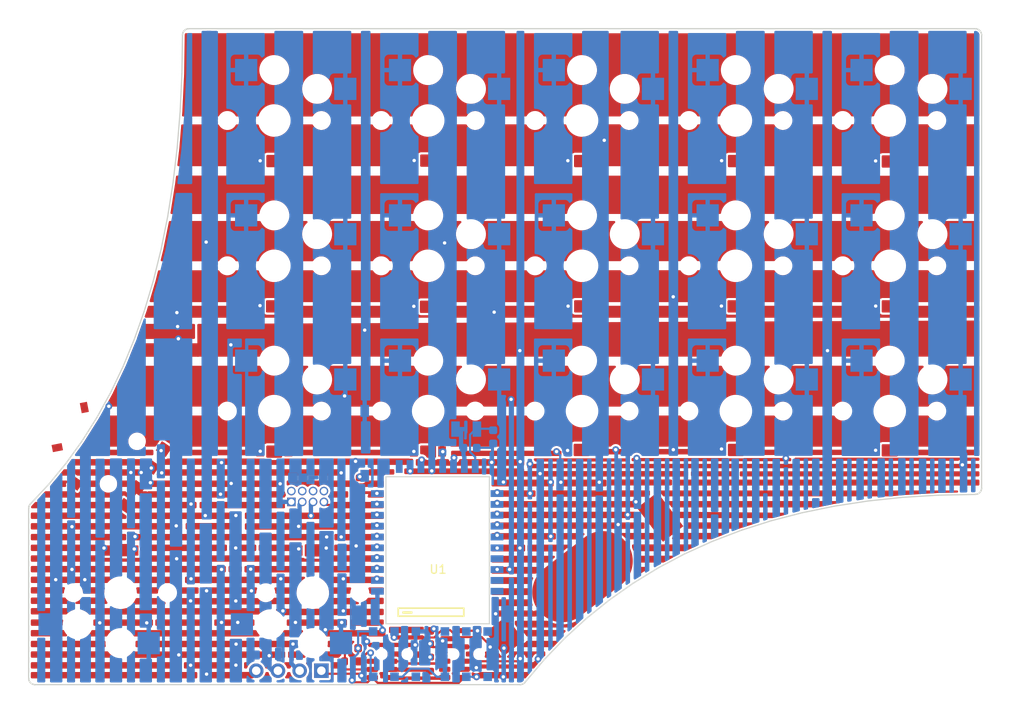
<source format=kicad_pcb>
(kicad_pcb (version 20211014) (generator pcbnew)
  (layers (0 "F.Cu" signal) (31 "B.Cu" signal) (34 "B.Paste" user) (35 "F.Paste" user) (36 "B.SilkS" user "B.Silkscreen") (37 "F.SilkS" user "F.Silkscreen") (38 "B.Mask" user) (39 "F.Mask" user) (44 "Edge.Cuts" user))
  (net 0 "")
  (net 1 "Net-(BT1-Pad2)")
  (net 2 "Row_1")
  (net 3 "Net-(D1-Pad2)")
  (net 4 "Row_2")
  (net 5 "Net-(D2-Pad2)")
  (net 6 "Row_3")
  (net 7 "Net-(D3-Pad2)")
  (net 8 "Row_4")
  (net 9 "Net-(D4-Pad2)")
  (net 10 "Net-(D5-Pad2)")
  (net 11 "Net-(D6-Pad2)")
  (net 12 "Net-(D7-Pad2)")
  (net 13 "Net-(D8-Pad2)")
  (net 14 "Net-(D9-Pad2)")
  (net 15 "Net-(D10-Pad2)")
  (net 16 "Net-(D11-Pad2)")
  (net 17 "Net-(D12-Pad2)")
  (net 18 "Net-(D13-Pad2)")
  (net 19 "Net-(D14-Pad2)")
  (net 20 "Net-(D15-Pad2)")
  (net 21 "Net-(D16-Pad2)")
  (net 22 "Net-(D17-Pad2)")
  (net 23 "ENC_A")
  (net 24 "ENC_B")
  (net 25 "GND")
  (net 26 "ENC_S")
  (net 27 "Net-(C1-Pad1)")
  (net 28 "swdio")
  (net 29 "swclk")
  (net 30 "Col_1")
  (net 31 "Col_2")
  (net 32 "Col_3")
  (net 33 "Col_4")
  (net 34 "Col_5")
  (net 35 "VDD")
  (net 36 "VBUS")
  (net 37 "+BATT")
  (net 38 "Net-(R2-Pad2)")
  (net 39 "Net-(U2-Pad1)")
  (net 40 "Net-(U2-Pad3)")
  (net 44 "Reset")
  (net 45 "Net-(R3-Pad2)")
  (net 46 "/D+")
  (net 47 "/D-")
  (net 51 "Net-(C2-Pad2)")
  (net 52 "Net-(C3-Pad2)")
  (net 53 "Net-(C1-Pad2)")
  (net 54 "Net-(R1-Pad2)")
  (net 60 "Net-(BT1-Pad1)")
  (footprint "weteor:ChocV1_V2_Hotswap" (layer "F.Cu") (at 180.7 98.685 180)
    (fp_text reference "SW17" hide)
    (fp_text value "SW_Push" hide)
  )
  (footprint "weteor:D_SOD-123_gold" (layer "F.Cu") (at 126.67 103.405 180)
    (fp_text reference "D8" hide)
    (fp_text value "D")
  )
  (footprint "weteor:E73-2G4M08S1C_bottom" (layer "F.Cu") (at 127.755 112.765)
    (fp_text reference "U1")
    (fp_text value "E73-2G4M08S1C")
    (fp_line (start -6 -6.4) (end -6 10.8) (layer "Edge.Cuts") (width 0.12))
    (fp_line (start 6.1 -6.4) (end -6 -6.4) (layer "Edge.Cuts") (width 0.12))
    (fp_line (start -6 10.8) (end 6.1 10.8) (layer "Edge.Cuts") (width 0.12))
    (fp_line (start 6.1 10.8) (end 6.1 -6.4) (layer "Edge.Cuts") (width 0.12))
  )
  (footprint "weteor:D_SOD-123_gold" (layer "F.Cu") (at 108.69 69.395 180)
    (fp_text reference "D1" hide)
    (fp_text value "D")
  )
  (footprint "weteor:ChocV1_V2_Hotswap" (layer "F.Cu") (at 144.7 98.685 180)
    (fp_text reference "SW11" hide)
    (fp_text value "SW_Push" hide)
  )
  (footprint "Package_TO_SOT_SMD:SOT-23-6" (layer "F.Cu") (at 129.769999 128.9 180)
    (fp_text reference "U3" hide)
    (fp_text value "FS8205")
  )
  (footprint "weteor:ChocV1_V2_Hotswap" (layer "F.Cu") (at 126.7 81.685 180)
    (fp_text reference "SW6" hide)
    (fp_text value "SW_Push" hide)
  )
  (footprint "weteor:D_SOD-123_gold" (layer "F.Cu") (at 113.2 115 180)
    (fp_text reference "D5" hide)
    (fp_text value "D")
  )
  (footprint "weteor:D_SOD-123_gold" (layer "F.Cu") (at 144.69 69.385 180)
    (fp_text reference "D9" hide)
    (fp_text value "D")
  )
  (footprint "weteor:Mitsumi_SIQ-02FVS3" (layer "F.Cu") (at 87.229454 102.19263 56)
    (fp_text reference "ENC1" hide)
    (fp_text value "Encoder" hide)
  )
  (footprint "weteor:D_SOD-123_gold" (layer "F.Cu") (at 90.7 115 180)
    (fp_text reference "D4" hide)
    (fp_text value "D")
  )
  (footprint "weteor:D_SOD-123_gold" (layer "F.Cu") (at 180.7 69.415 180)
    (fp_text reference "D15" hide)
    (fp_text value "D")
  )
  (footprint "weteor:ChocV1_V2_Hotswap" (layer "F.Cu") (at 180.7 81.685 180)
    (fp_text reference "SW16" hide)
    (fp_text value "SW_Push" hide)
  )
  (footprint "weteor:Coin Cell 2032" (layer "F.Cu") (at 144.76 118.055 -142.5)
    (fp_text reference "BT1" hide)
    (fp_text value "Battery_Cell")
  )
  (footprint "Package_TO_SOT_SMD:SOT-23-6" (layer "F.Cu") (at 121.3 128.909999 180)
    (fp_text reference "U2" hide)
    (fp_text value "DW01A")
  )
  (footprint "weteor:ChocV1_V2_Hotswap" (layer "F.Cu") (at 144.7 64.685 180)
    (fp_text reference "SW9" hide)
    (fp_text value "SW_Push" hide)
  )
  (footprint "Capacitor_SMD:C_0603_1608Metric" (layer "F.Cu") (at 126.909999 125.175 -90)
    (fp_text reference "C4" hide)
    (fp_text value "1uF")
  )
  (footprint "weteor:ChocV1_V2_Hotswap" (layer "F.Cu") (at 108.7 98.685 180)
    (fp_text reference "SW3" hide)
    (fp_text value "SW_Push" hide)
  )
  (footprint "weteor:ChocV1_V2_Hotswap" (layer "F.Cu") (at 108.7 64.685 180)
    (fp_text reference "SW1" hide)
    (fp_text value "SW_Push" hide)
  )
  (footprint "weteor:ChocV1_V2_Hotswap" (layer "F.Cu") (at 90.7 119.935)
    (fp_text reference "SW4" hide)
    (fp_text value "SW_Push" hide)
  )
  (footprint "weteor:D_SOD-123_gold" (layer "F.Cu") (at 180.7 103.21 180)
    (fp_text reference "D17" hide)
    (fp_text value "D")
  )
  (footprint "Resistor_SMD:R_0603_1608Metric" (layer "F.Cu") (at 117.74 127.97)
    (fp_text reference "R1" hide)
    (fp_text value "100R")
  )
  (footprint "weteor:D_SOD-123_gold" (layer "F.Cu") (at 144.72 86.405 180)
    (fp_text reference "D10" hide)
    (fp_text value "D")
  )
  (footprint "weteor:D_SOD-123_gold" (layer "F.Cu") (at 162.66 86.395 180)
    (fp_text reference "D13" hide)
    (fp_text value "D")
  )
  (footprint "weteor:ChocV1_V2_Hotswap" (layer "F.Cu") (at 126.7 64.685 180)
    (fp_text reference "SW5" hide)
    (fp_text value "SW_Push" hide)
  )
  (footprint "weteor:D_SOD-123_gold" (layer "F.Cu") (at 108.67 86.345 180)
    (fp_text reference "D2" hide)
    (fp_text value "D")
  )
  (footprint "Package_TO_SOT_SMD:SOT-23" (layer "F.Cu") (at 129.81 125.32 180)
    (fp_text reference "U4" hide)
    (fp_text value "XC6206PxxxMR")
  )
  (footprint "Capacitor_SMD:C_0603_1608Metric" (layer "F.Cu") (at 117.73 126.43)
    (fp_text reference "C1" hide)
    (fp_text value "0.1uF")
  )
  (footprint "weteor:D_SOD-123_gold" (layer "F.Cu") (at 126.71 69.365 180)
    (fp_text reference "D6" hide)
    (fp_text value "D")
  )
  (footprint "weteor:ChocV1_V2_Hotswap_1.5u" (layer "F.Cu") (at 113.2 119.935)
    (fp_text reference "SW8" hide)
    (fp_text value "SW_Push" hide)
  )
  (footprint "weteor:ChocV1_V2_Hotswap" (layer "F.Cu") (at 144.7 81.685 180)
    (fp_text reference "SW10" hide)
    (fp_text value "SW_Push" hide)
  )
  (footprint "Capacitor_SMD:C_0603_1608Metric" (layer "F.Cu") (at 132.47 125.129999 -90)
    (fp_text reference "C5" hide)
    (fp_text value "1uF")
  )
  (footprint "weteor:D_SOD-123_gold" (layer "F.Cu") (at 162.68 103.21 180)
    (fp_text reference "D14" hide)
    (fp_text value "D")
  )
  (footprint "weteor:D_SOD-123_gold" (layer "F.Cu") (at 108.7 103.385 180)
    (fp_text reference "D3" hide)
    (fp_text value "D")
  )
  (footprint "weteor:ChocV1_V2_Hotswap" (layer "F.Cu") (at 126.7 98.685 180)
    (fp_text reference "SW7" hide)
    (fp_text value "SW_Push" hide)
  )
  (footprint "Resistor_SMD:R_0603_1608Metric" (layer "F.Cu") (at 118.7 107.31 90)
    (fp_text reference "R3" hide)
    (fp_text value "100R")
  )
  (footprint "weteor:ChocV1_V2_Hotswap" (layer "F.Cu") (at 162.7 98.685 180)
    (fp_text reference "SW14" hide)
    (fp_text value "SW_Push" hide)
  )
  (footprint "weteor:D_SOD-123_gold" (layer "F.Cu") (at 162.68 69.385 180)
    (fp_text reference "D12" hide)
    (fp_text value "D")
  )
  (footprint "weteor:D_SOD-123_gold" (layer "F.Cu") (at 126.67 86.425 180)
    (fp_text reference "D7" hide)
    (fp_text value "D")
  )
  (footprint "weteor:ChocV1_V2_Hotswap" (layer "F.Cu") (at 108.7 81.685 180)
    (fp_text reference "SW2" hide)
    (fp_text value "SW_Push" hide)
  )
  (footprint "weteor:D_SOD-123_gold" (layer "F.Cu") (at 180.71 86.395 180)
    (fp_text reference "D16" hide)
    (fp_text value "D")
  )
  (footprint "Connector_PinHeader_2.54mm:PinHeader_1x04_P2.54mm_Vertical" (layer "F.Cu") (at 114.2 129.06 -90)
    (fp_text reference "J1" hide)
    (fp_text value "SWD_Ext")
  )
  (footprint "weteor:D_SOD-123_gold" (layer "F.Cu") (at 144.65 103.18 180)
    (fp_text reference "D11" hide)
    (fp_text value "D")
  )
  (footprint "weteor:ChocV1_V2_Hotswap" (layer "F.Cu") (at 162.7 81.685 180)
    (fp_text reference "SW13" hide)
    (fp_text value "SW_Push" hide)
  )
  (footprint "Resistor_SMD:R_0603_1608Metric" (layer "F.Cu") (at 126.91 128.289999 -90)
    (fp_text reference "R2" hide)
    (fp_text value "1k")
  )
  (footprint "weteor:ChocV1_V2_Hotswap" (layer "F.Cu") (at 180.7 64.685 180)
    (fp_text reference "SW15" hide)
    (fp_text value "SW_Push" hide)
  )
  (footprint "weteor:ChocV1_V2_Hotswap" (layer "F.Cu") (at 162.7 64.685 180)
    (fp_text reference "SW12" hide)
    (fp_text value "SW_Push" hide)
  )
  (footprint "Crystal:Crystal_SMD_3215-2Pin_3.2x1.5mm" (layer "B.Cu") (at 131.15 100.79 180)
    (fp_text reference "Y1" hide)
    (fp_text value "Crystal_Small")
  )
  (footprint "Connector_PinSocket_1.27mm:PinSocket_2x04_P1.27mm_Vertical" (layer "B.Cu") (at 110.69 109.31 -90)
    (fp_text reference "J2" hide)
    (fp_text value "Conn_02x04_Odd_Even")
  )
  (footprint "Capacitor_SMD:C_0603_1608Metric" (layer "B.Cu") (at 131.6 102.99 180)
    (fp_text reference "C2" hide)
    (fp_text value "0.1uF")
  )
  (footprint "weteor:Micro_Push_Button_3x6x2.5mm" (layer "B.Cu") (at 119.27 102.46 -90)
    (fp_text reference "SW19" hide)
    (fp_text value "SW_RESET")
  )
  (footprint "weteor:DPDT - C2837066" (layer "B.Cu") (at 122.7575 127.119999)
    (fp_text reference "SW20" hide)
    (fp_text value "SW_DPDT_x2")
  )
  (footprint "Capacitor_SMD:C_0603_1608Metric" (layer "B.Cu") (at 134.3 101.7 90)
    (fp_text reference "C3" hide)
    (fp_text value "0.1uF")
  )
  (footprint "weteor:DPDT - C2837066" (layer "B.Cu") (at 131.16 127.12)
    (fp_text reference "SW18" hide)
    (fp_text value "SW_DPDT_x2")
  )
  (gr_line (start 80.096295 109.619288) (end 80.075238 109.649349) (layer "Edge.Cuts") (width 0.15))
  (gr_line (start 191.233131 108.21772) (end 191.257634 108.192023) (layer "Edge.Cuts") (width 0.15))
  (gr_line (start 190.851013 53.954653) (end 190.814079 53.948053) (layer "Edge.Cuts") (width 0.15))
  (gr_line (start 190.991796 53.99837) (end 190.957737 53.984937) (layer "Edge.Cuts") (width 0.15))
  (gr_line (start 191.255032 54.185167) (end 191.230197 54.159119) (layer "Edge.Cuts") (width 0.15))
  (gr_line (start 79.949827 110.064945) (end 79.949827 129.938847) (layer "Edge.Cuts") (width 0.15))
  (gr_line (start 98.145811 54.180251) (end 98.122709 54.206921) (layer "Edge.Cuts") (width 0.15))
  (gr_line (start 98.043578 54.324106) (end 98.027346 54.355797) (layer "Edge.Cuts") (width 0.15))
  (gr_line (start 95.453653 79.737683) (end 94.550436 83.391005) (layer "Edge.Cuts") (width 0.15))
  (gr_line (start 98.43717 53.984027) (end 98.40379 53.997191) (layer "Edge.Cuts") (width 0.15))
  (gr_line (start 153.639217 117.014918) (end 156.72264 115.384629) (layer "Edge.Cuts") (width 0.15))
  (gr_line (start 191.449907 107.694584) (end 191.449907 107.694584) (layer "Edge.Cuts") (width 0.15))
  (gr_line (start 137.962002 130.494815) (end 137.992642 130.465208) (layer "Edge.Cuts") (width 0.15))
  (gr_line (start 80.098854 130.388062) (end 80.12112 130.416416) (layer "Edge.Cuts") (width 0.15))
  (gr_line (start 191.025019 54.013392) (end 190.991796 53.99837) (layer "Edge.Cuts") (width 0.15))
  (gr_line (start 191.230197 54.159119) (end 191.204149 54.134284) (layer "Edge.Cuts") (width 0.15))
  (gr_line (start 191.123611 108.308073) (end 191.152624 108.287443) (layer "Edge.Cuts") (width 0.15))
  (gr_line (start 97.954866 54.674442) (end 97.954866 54.674442) (layer "Edge.Cuts") (width 0.15))
  (gr_line (start 98.061277 54.293326) (end 98.043578 54.324106) (layer "Edge.Cuts") (width 0.15))
  (gr_line (start 137.992642 130.465208) (end 138.021676 130.43374) (layer "Edge.Cuts") (width 0.15))
  (gr_line (start 98.40379 53.997191) (end 98.37123 54.011913) (layer "Edge.Cuts") (width 0.15))
  (gr_line (start 96.843216 71.981995) (end 96.217912 75.93468) (layer "Edge.Cuts") (width 0.15))
  (gr_line (start 138.049012 130.400456) (end 138.049012 130.400456) (layer "Edge.Cuts") (width 0.15))
  (gr_line (start 137.861379 130.572008) (end 137.896277 130.54826) (layer "Edge.Cuts") (width 0.15))
  (gr_line (start 191.404373 54.431581) (end 191.390942 54.397522) (layer "Edge.Cuts") (width 0.15))
  (gr_line (start 190.894808 108.411154) (end 190.929924 108.401182) (layer "Edge.Cuts") (width 0.15))
  (gr_line (start 170.442203 110.579568) (end 174.218562 109.807326) (layer "Edge.Cuts") (width 0.15))
  (gr_line (start 80.169529 130.469715) (end 80.195577 130.494566) (layer "Edge.Cuts") (width 0.15))
  (gr_line (start 137.459871 130.689579) (end 137.459871 130.689579) (layer "Edge.Cuts") (width 0.15))
  (gr_line (start 97.969799 54.526319) (end 97.963335 54.562513) (layer "Edge.Cuts") (width 0.15))
  (gr_line (start 191.376908 108.015313) (end 191.391729 107.982541) (layer "Edge.Cuts") (width 0.15))
  (gr_line (start 191.44894 107.73265) (end 191.449907 107.694584) (layer "Edge.Cuts") (width 0.15))
  (gr_line (start 166.804432 111.523419) (end 170.442203 110.579568) (layer "Edge.Cuts") (width 0.15))
  (gr_line (start 191.321784 54.270121) (end 191.300872 54.240715) (layer "Edge.Cuts") (width 0.15))
  (gr_line (start 191.278606 54.212382) (end 191.255032 54.185167) (layer "Edge.Cuts") (width 0.15))
  (gr_line (start 97.987911 54.455882) (end 97.978006 54.49076) (layer "Edge.Cuts") (width 0.15))
  (gr_line (start 190.699861 53.939396) (end 98.689908 53.939396) (layer "Edge.Cuts") (width 0.15))
  (gr_line (start 191.119196 54.06753) (end 191.088766 54.048019) (layer "Edge.Cuts") (width 0.15))
  (gr_line (start 190.964307 108.389548) (end 190.997911 108.376298) (layer "Edge.Cuts") (width 0.15))
  (gr_line (start 190.997911 108.376298) (end 191.030691 108.36148) (layer "Edge.Cuts") (width 0.15))
  (gr_line (start 137.587747 130.678472) (end 137.62933 130.669985) (layer "Edge.Cuts") (width 0.15))
  (gr_line (start 137.749652 130.630807) (end 137.787973 130.613327) (layer "Edge.Cuts") (width 0.15))
  (gr_line (start 156.72264 115.384629) (end 159.94465 113.925949) (layer "Edge.Cuts") (width 0.15))
  (gr_line (start 98.541767 53.954349) (end 98.506205 53.96256) (layer "Edge.Cuts") (width 0.15))
  (gr_line (start 80.585652 130.680905) (end 80.623188 130.685685) (layer "Edge.Cuts") (width 0.15))
  (gr_line (start 79.965075 130.090191) (end 79.973452 130.126518) (layer "Edge.Cuts") (width 0.15))
  (gr_line (start 98.308755 54.045848) (end 98.278932 54.064968) (layer "Edge.Cuts") (width 0.15))
  (gr_line (start 80.12112 130.416416) (end 80.144694 130.44365) (layer "Edge.Cuts") (width 0.15))
  (gr_line (start 140.300912 127.740508) (end 142.691398 125.252171) (layer "Edge.Cuts") (width 0.15))
  (gr_line (start 191.088766 54.048019) (end 191.057357 54.029958) (layer "Edge.Cuts") (width 0.15))
  (gr_line (start 86.213053 102.167632) (end 84.337141 104.773186) (layer "Edge.Cuts") (width 0.15))
  (gr_line (start 97.329563 67.879629) (end 96.843216 71.981995) (layer "Edge.Cuts") (width 0.15))
  (gr_line (start 191.449907 107.694584) (end 191.449907 54.689457) (layer "Edge.Cuts") (width 0.15))
  (gr_line (start 98.122709 54.206921) (end 98.100888 54.234688) (layer "Edge.Cuts") (width 0.15))
  (gr_line (start 80.699872 130.689579) (end 80.699872 130.689579) (layer "Edge.Cuts") (width 0.15))
  (gr_line (start 190.957737 53.984937) (end 190.922889 53.973143) (layer "Edge.Cuts") (width 0.15))
  (gr_line (start 80.251125 130.540435) (end 80.280531 130.561359) (layer "Edge.Cuts") (width 0.15))
  (gr_line (start 82.322272 107.229059) (end 80.168447 109.535252) (layer "Edge.Cuts") (width 0.15))
  (gr_line (start 186.379163 108.520257) (end 190.709871 108.434452) (layer "Edge.Cuts") (width 0.15))
  (gr_line (start 190.699861 53.939396) (end 190.699861 53.939396) (layer "Edge.Cuts") (width 0.15))
  (gr_line (start 178.133509 109.206694) (end 182.187042 108.77767) (layer "Edge.Cuts") (width 0.15))
  (gr_line (start 191.180579 108.265477) (end 191.20743 108.24222) (layer "Edge.Cuts") (width 0.15))
  (gr_line (start 191.204149 54.134284) (end 191.176935 54.110709) (layer "Edge.Cuts") (width 0.15))
  (gr_line (start 80.168447 109.535252) (end 80.168451 109.535252) (layer "Edge.Cuts") (width 0.15))
  (gr_line (start 98.100888 54.234688) (end 98.080396 54.263505) (layer "Edge.Cuts") (width 0.15))
  (gr_line (start 80.142926 109.56218) (end 80.118866 109.590212) (layer "Edge.Cuts") (width 0.15))
  (gr_line (start 145.220472 122.935443) (end 147.888133 120.790325) (layer "Edge.Cuts") (width 0.15))
  (gr_line (start 98.689908 53.939396) (end 98.652082 53.940358) (layer "Edge.Cuts") (width 0.15))
  (gr_line (start 191.030691 108.36148) (end 191.062598 108.345138) (layer "Edge.Cuts") (width 0.15))
  (gr_line (start 137.670238 130.659182) (end 137.710376 130.646107) (layer "Edge.Cuts") (width 0.15))
  (gr_line (start 98.250114 54.085462) (end 98.222347 54.107283) (layer "Edge.Cuts") (width 0.15))
  (gr_line (start 191.342744 108.078197) (end 191.360564 108.047214) (layer "Edge.Cuts") (width 0.15))
  (gr_line (start 190.709871 108.434452) (end 190.709871 108.434452) (layer "Edge.Cuts") (width 0.15))
  (gr_line (start 79.983561 130.162147) (end 79.995355 130.197031) (layer "Edge.Cuts") (width 0.15))
  (gr_line (start 79.949827 110.064945) (end 79.949827 110.064945) (layer "Edge.Cuts") (width 0.15))
  (gr_line (start 191.300872 54.240715) (end 191.278606 54.212382) (layer "Edge.Cuts") (width 0.15))
  (gr_line (start 137.545581 130.684597) (end 137.587747 130.678472) (layer "Edge.Cuts") (width 0.15))
  (gr_line (start 190.887298 53.963032) (end 190.851013 53.954653) (layer "Edge.Cuts") (width 0.15))
  (gr_line (start 79.982109 109.84701) (end 79.972356 109.882275) (layer "Edge.Cuts") (width 0.15))
  (gr_line (start 98.339537 54.028147) (end 98.308755 54.045848) (layer "Edge.Cuts") (width 0.15))
  (gr_line (start 97.954866 54.674442) (end 97.885388 59.225853) (layer "Edge.Cuts") (width 0.15))
  (gr_line (start 190.929924 108.401182) (end 190.964307 108.389548) (layer "Edge.Cuts") (width 0.15))
  (gr_line (start 97.955822 54.636621) (end 97.954866 54.674442) (layer "Edge.Cuts") (width 0.15))
  (gr_line (start 98.027346 54.355797) (end 98.012627 54.388355) (layer "Edge.Cuts") (width 0.15))
  (gr_line (start 191.446078 107.770218) (end 191.44894 107.73265) (layer "Edge.Cuts") (width 0.15))
  (gr_line (start 98.37123 54.011913) (end 98.339537 54.028147) (layer "Edge.Cuts") (width 0.15))
  (gr_line (start 191.448927 54.650862) (end 191.446026 54.612774) (layer "Edge.Cuts") (width 0.15))
  (gr_line (start 80.310961 130.58088) (end 80.34237 130.598951) (layer "Edge.Cuts") (width 0.15))
  (gr_line (start 137.710376 130.646107) (end 137.749652 130.630807) (layer "Edge.Cuts") (width 0.15))
  (gr_line (start 97.885388 59.225853) (end 97.676953 63.627582) (layer "Edge.Cuts") (width 0.15))
  (gr_line (start 79.972356 109.882275) (end 79.96432 109.918044) (layer "Edge.Cuts") (width 0.15))
  (gr_line (start 137.787973 130.613327) (end 137.825246 130.593712) (layer "Edge.Cuts") (width 0.15))
  (gr_line (start 80.144694 130.44365) (end 80.169529 130.469715) (layer "Edge.Cuts") (width 0.15))
  (gr_line (start 79.953492 109.990849) (end 79.950751 110.027766) (layer "Edge.Cuts") (width 0.15))
  (gr_line (start 191.323495 108.108216) (end 191.342744 108.078197) (layer "Edge.Cuts") (width 0.15))
  (gr_line (start 80.118866 109.590212) (end 80.096295 109.619288) (layer "Edge.Cuts") (width 0.15))
  (gr_line (start 191.434654 54.538305) (end 191.426276 54.50202) (layer "Edge.Cuts") (width 0.15))
  (gr_line (start 80.222791 130.518155) (end 80.251125 130.540435) (layer "Edge.Cuts") (width 0.15))
  (gr_line (start 190.859006 108.419417) (end 190.894808 108.411154) (layer "Edge.Cuts") (width 0.15))
  (gr_line (start 191.360564 108.047214) (end 191.376908 108.015313) (layer "Edge.Cuts") (width 0.15))
  (gr_line (start 80.548718 130.674299) (end 80.585652 130.680905) (layer "Edge.Cuts") (width 0.15))
  (gr_line (start 80.374709 130.615526) (end 80.407932 130.630556) (layer "Edge.Cuts") (width 0.15))
  (gr_line (start 80.661277 130.688592) (end 80.699872 130.689579) (layer "Edge.Cuts") (width 0.15))
  (gr_line (start 191.359355 54.33196) (end 191.341294 54.300552) (layer "Edge.Cuts") (width 0.15))
  (gr_line (start 191.057357 54.029958) (end 191.025019 54.013392) (layer "Edge.Cuts") (width 0.15))
  (gr_line (start 190.747951 108.433489) (end 190.785531 108.430631) (layer "Edge.Cuts") (width 0.15))
  (gr_line (start 191.062598 108.345138) (end 191.093587 108.32732) (layer "Edge.Cuts") (width 0.15))
  (gr_line (start 191.434858 107.84367) (end 191.441369 107.80724) (layer "Edge.Cuts") (width 0.15))
  (gr_line (start 80.077942 130.358634) (end 80.098854 130.388062) (layer "Edge.Cuts") (width 0.15))
  (gr_line (start 138.049012 130.400456) (end 140.300912 127.740508) (layer "Edge.Cuts") (width 0.15))
  (gr_line (start 79.958023 109.954255) (end 79.953492 109.990849) (layer "Edge.Cuts") (width 0.15))
  (gr_line (start 182.187042 108.77767) (end 186.379163 108.520257) (layer "Edge.Cuts") (width 0.15))
  (gr_line (start 190.814079 53.948053) (end 190.776544 53.943279) (layer "Edge.Cuts") (width 0.15))
  (gr_line (start 137.459871 130.689579) (end 137.502924 130.688315) (layer "Edge.Cuts") (width 0.15))
  (gr_line (start 191.341294 54.300552) (end 191.321784 54.270121) (layer "Edge.Cuts") (width 0.15))
  (gr_line (start 80.021406 109.744833) (end 80.006659 109.778229) (layer "Edge.Cuts") (width 0.15))
  (gr_line (start 190.922889 53.973143) (end 190.887298 53.963032) (layer "Edge.Cuts") (width 0.15))
  (gr_line (start 191.37592 54.364299) (end 191.359355 54.33196) (layer "Edge.Cuts") (width 0.15))
  (gr_line (start 80.006659 109.778229) (end 79.993551 109.812308) (layer "Edge.Cuts") (width 0.15))
  (gr_line (start 142.691398 125.252171) (end 145.220472 122.935443) (layer "Edge.Cuts") (width 0.15))
  (gr_line (start 80.040371 130.296744) (end 80.058432 130.328179) (layer "Edge.Cuts") (width 0.15))
  (gr_line (start 94.550436 83.391005) (end 93.508264 86.894646) (layer "Edge.Cuts") (width 0.15))
  (gr_line (start 98.614752 53.943201) (end 98.577965 53.94788) (layer "Edge.Cuts") (width 0.15))
  (gr_line (start 190.738456 53.940377) (end 190.699861 53.939396) (layer "Edge.Cuts") (width 0.15))
  (gr_line (start 80.476841 130.655797) (end 80.512432 130.665914) (layer "Edge.Cuts") (width 0.15))
  (gr_line (start 191.441253 54.575239) (end 191.434654 54.538305) (layer "Edge.Cuts") (width 0.15))
  (gr_line (start 138.021676 130.43374) (end 138.049012 130.400456) (layer "Edge.Cuts") (width 0.15))
  (gr_line (start 137.502924 130.688315) (end 137.545581 130.684597) (layer "Edge.Cuts") (width 0.15))
  (gr_line (start 191.093587 108.32732) (end 191.123611 108.308073) (layer "Edge.Cuts") (width 0.15))
  (gr_line (start 80.037769 109.712181) (end 80.021406 109.744833) (layer "Edge.Cuts") (width 0.15))
  (gr_line (start 80.441992 130.643996) (end 80.476841 130.655797) (layer "Edge.Cuts") (width 0.15))
  (gr_line (start 79.950751 110.027766) (end 79.949827 110.064945) (layer "Edge.Cuts") (width 0.15))
  (gr_line (start 98.471324 53.972468) (end 98.43717 53.984027) (layer "Edge.Cuts") (width 0.15))
  (gr_line (start 80.699872 130.689579) (end 137.459871 130.689579) (layer "Edge.Cuts") (width 0.15))
  (gr_line (start 191.426592 107.879462) (end 191.434858 107.84367) (layer "Edge.Cuts") (width 0.15))
  (gr_line (start 98.689908 53.939396) (end 98.689908 53.939396) (layer "Edge.Cuts") (width 0.15))
  (gr_line (start 190.785531 108.430631) (end 190.822565 108.425925) (layer "Edge.Cuts") (width 0.15))
  (gr_line (start 137.929849 130.522514) (end 137.962002 130.494815) (layer "Edge.Cuts") (width 0.15))
  (gr_line (start 92.327135 90.248605) (end 91.007049 93.452884) (layer "Edge.Cuts") (width 0.15))
  (gr_line (start 80.008786 130.231123) (end 80.023807 130.264376) (layer "Edge.Cuts") (width 0.15))
  (gr_line (start 174.218562 109.807326) (end 178.133509 109.206694) (layer "Edge.Cuts") (width 0.15))
  (gr_line (start 191.449907 54.689457) (end 191.448927 54.650862) (layer "Edge.Cuts") (width 0.15))
  (gr_line (start 80.407932 130.630556) (end 80.441992 130.643996) (layer "Edge.Cuts") (width 0.15))
  (gr_line (start 80.623188 130.685685) (end 80.661277 130.688592) (layer "Edge.Cuts") (width 0.15))
  (gr_line (start 80.168447 109.535252) (end 80.168447 109.535252) (layer "Edge.Cuts") (width 0.15))
  (gr_line (start 150.694382 118.816816) (end 153.639217 117.014918) (layer "Edge.Cuts") (width 0.15))
  (gr_line (start 191.20743 108.24222) (end 191.233131 108.21772) (layer "Edge.Cuts") (width 0.15))
  (gr_line (start 97.958661 54.599295) (end 97.955822 54.636621) (layer "Edge.Cuts") (width 0.15))
  (gr_line (start 80.512432 130.665914) (end 80.548718 130.674299) (layer "Edge.Cuts") (width 0.15))
  (gr_line (start 80.195577 130.494566) (end 80.222791 130.518155) (layer "Edge.Cuts") (width 0.15))
  (gr_line (start 147.888133 120.790325) (end 150.694382 118.816816) (layer "Edge.Cuts") (width 0.15))
  (gr_line (start 137.62933 130.669985) (end 137.670238 130.659182) (layer "Edge.Cuts") (width 0.15))
  (gr_line (start 98.222347 54.107283) (end 98.195676 54.130386) (layer "Edge.Cuts") (width 0.15))
  (gr_line (start 80.055721 109.680333) (end 80.037769 109.712181) (layer "Edge.Cuts") (width 0.15))
  (gr_line (start 79.995355 130.197031) (end 80.008786 130.231123) (layer "Edge.Cuts") (width 0.15))
  (gr_line (start 97.978006 54.49076) (end 97.969799 54.526319) (layer "Edge.Cuts") (width 0.15))
  (gr_line (start 190.709871 108.434452) (end 190.747951 108.433489) (layer "Edge.Cuts") (width 0.15))
  (gr_line (start 96.217912 75.93468) (end 95.453653 79.737683) (layer "Edge.Cuts") (width 0.15))
  (gr_line (start 80.023807 130.264376) (end 80.040371 130.296744) (layer "Edge.Cuts") (width 0.15))
  (gr_line (start 191.152624 108.287443) (end 191.180579 108.265477) (layer "Edge.Cuts") (width 0.15))
  (gr_line (start 191.441369 107.80724) (end 191.446078 107.770218) (layer "Edge.Cuts") (width 0.15))
  (gr_line (start 87.950008 99.412397) (end 86.213053 102.167632) (layer "Edge.Cuts") (width 0.15))
  (gr_line (start 84.337141 104.773186) (end 82.322272 107.229059) (layer "Edge.Cuts") (width 0.15))
  (gr_line (start 191.404981 107.948944) (end 191.416617 107.914569) (layer "Edge.Cuts") (width 0.15))
  (gr_line (start 191.416617 107.914569) (end 191.426592 107.879462) (layer "Edge.Cuts") (width 0.15))
  (gr_line (start 93.508264 86.894646) (end 92.327135 90.248605) (layer "Edge.Cuts") (width 0.15))
  (gr_line (start 137.825246 130.593712) (end 137.861379 130.572008) (layer "Edge.Cuts") (width 0.15))
  (gr_line (start 98.652082 53.940358) (end 98.614752 53.943201) (layer "Edge.Cuts") (width 0.15))
  (gr_line (start 98.577965 53.94788) (end 98.541767 53.954349) (layer "Edge.Cuts") (width 0.15))
  (gr_line (start 98.195676 54.130386) (end 98.170149 54.154724) (layer "Edge.Cuts") (width 0.15))
  (gr_line (start 191.176935 54.110709) (end 191.148602 54.088442) (layer "Edge.Cuts") (width 0.15))
  (gr_line (start 79.949827 129.938847) (end 79.950806 129.977494) (layer "Edge.Cuts") (width 0.15))
  (gr_line (start 79.953705 130.015632) (end 79.958477 130.053214) (layer "Edge.Cuts") (width 0.15))
  (gr_line (start 191.302862 108.137225) (end 191.323495 108.108216) (layer "Edge.Cuts") (width 0.15))
  (gr_line (start 89.548007 96.507481) (end 87.950008 99.412397) (layer "Edge.Cuts") (width 0.15))
  (gr_line (start 191.449907 54.689457) (end 191.449907 54.689457) (layer "Edge.Cuts") (width 0.15))
  (gr_line (start 80.34237 130.598951) (end 80.374709 130.615526) (layer "Edge.Cuts") (width 0.15))
  (gr_line (start 191.257634 108.192023) (end 191.280893 108.165176) (layer "Edge.Cuts") (width 0.15))
  (gr_line (start 98.080396 54.263505) (end 98.061277 54.293326) (layer "Edge.Cuts") (width 0.15))
  (gr_line (start 98.012627 54.388355) (end 97.999466 54.421732) (layer "Edge.Cuts") (width 0.15))
  (gr_line (start 190.822565 108.425925) (end 190.859006 108.419417) (layer "Edge.Cuts") (width 0.15))
  (gr_line (start 98.170149 54.154724) (end 98.145811 54.180251) (layer "Edge.Cuts") (width 0.15))
  (gr_line (start 80.168451 109.535252) (end 80.142926 109.56218) (layer "Edge.Cuts") (width 0.15))
  (gr_line (start 191.391729 107.982541) (end 191.404981 107.948944) (layer "Edge.Cuts") (width 0.15))
  (gr_line (start 80.280531 130.561359) (end 80.310961 130.58088) (layer "Edge.Cuts") (width 0.15))
  (gr_line (start 191.148602 54.088442) (end 191.119196 54.06753) (layer "Edge.Cuts") (width 0.15))
  (gr_line (start 191.426276 54.50202) (end 191.416167 54.466429) (layer "Edge.Cuts") (width 0.15))
  (gr_line (start 97.999466 54.421732) (end 97.987911 54.455882) (layer "Edge.Cuts") (width 0.15))
  (gr_line (start 191.446026 54.612774) (end 191.441253 54.575239) (layer "Edge.Cuts") (width 0.15))
  (gr_line (start 98.506205 53.96256) (end 98.471324 53.972468) (layer "Edge.Cuts") (width 0.15))
  (gr_line (start 191.280893 108.165176) (end 191.302862 108.137225) (layer "Edge.Cuts") (width 0.15))
  (gr_line (start 79.973452 130.126518) (end 79.983561 130.162147) (layer "Edge.Cuts") (width 0.15))
  (gr_line (start 98.278932 54.064968) (end 98.250114 54.085462) (layer "Edge.Cuts") (width 0.15))
  (gr_line (start 163.305247 112.638879) (end 166.804432 111.523419) (layer "Edge.Cuts") (width 0.15))
  (gr_line (start 79.993551 109.812308) (end 79.982109 109.84701) (layer "Edge.Cuts") (width 0.15))
  (gr_line (start 79.96432 109.918044) (end 79.958023 109.954255) (layer "Edge.Cuts") (width 0.15))
  (gr_line (start 159.94465 113.925949) (end 163.305247 112.638879) (layer "Edge.Cuts") (width 0.15))
  (gr_line (start 191.390942 54.397522) (end 191.37592 54.364299) (layer "Edge.Cuts") (width 0.15))
  (gr_line (start 80.058432 130.328179) (end 80.077942 130.358634) (layer "Edge.Cuts") (width 0.15))
  (gr_line (start 91.007049 93.452884) (end 89.548007 96.507481) (layer "Edge.Cuts") (width 0.15))
  (gr_line (start 137.896277 130.54826) (end 137.929849 130.522514) (layer "Edge.Cuts") (width 0.15))
  (gr_line (start 97.963335 54.562513) (end 97.958661 54.599295) (layer "Edge.Cuts") (width 0.15))
  (gr_line (start 79.949827 129.938847) (end 79.949827 129.938847) (layer "Edge.Cuts") (width 0.15))
  (gr_line (start 191.416167 54.466429) (end 191.404373 54.431581) (layer "Edge.Cuts") (width 0.15))
  (gr_line (start 79.950806 129.977494) (end 79.953705 130.015632) (layer "Edge.Cuts") (width 0.15))
  (gr_line (start 97.676953 63.627582) (end 97.329563 67.879629) (layer "Edge.Cuts") (width 0.15))
  (gr_line (start 190.776544 53.943279) (end 190.738456 53.940377) (layer "Edge.Cuts") (width 0.15))
  (gr_line (start 80.075238 109.649349) (end 80.055721 109.680333) (layer "Edge.Cuts") (width 0.15))
  (gr_line (start 79.958477 130.053214) (end 79.965075 130.090191) (layer "Edge.Cuts") (width 0.15))
  (segment (start 126 125.175) (end 127.405 125.175) (width 0.24) (layer "F.Cu") (net 1))
  (segment (start 127.405 125.175) (end 128.26 124.32) (width 0.24) (layer "F.Cu") (net 1))
  (segment (start 129.28 124.32) (end 130.089999 125.129999) (width 0.24) (layer "F.Cu") (net 1))
  (segment (start 130.089999 125.129999) (end 132.959999 125.129999) (width 0.24) (layer "F.Cu") (net 1))
  (segment (start 125.991426 125.166426) (end 122.71 125.166426) (width 0.5) (layer "F.Cu") (net 1))
  (segment (start 140.93 122.43) (end 138.99 122.43) (width 0.25) (layer "F.Cu") (net 1))
  (segment (start 144.76 118.055) (end 144.76 118.6) (width 0.25) (layer "F.Cu") (net 1))
  (segment (start 144.76 118.6) (end 140.93 122.43) (width 0.25) (layer "F.Cu") (net 1))
  (segment (start 126 125.175) (end 125.991426 125.166426) (width 0.5) (layer "F.Cu") (net 1))
  (segment (start 133.95 126.29) (end 133.95 126.12) (width 0.25) (layer "F.Cu") (net 1))
  (segment (start 133.95 126.12) (end 132.959999 125.129999) (width 0.25) (layer "F.Cu") (net 1))
  (segment (start 128.26 124.32) (end 129.28 124.32) (width 0.24) (layer "F.Cu") (net 1))
  (via (at 133.95 126.29) (size 0.8) (drill 0.4) (layers "F.Cu" "B.Cu") (net 1))
  (via (at 122.71 125.166426) (size 0.8) (drill 0.4) (layers "F.Cu" "B.Cu") (net 1))
  (via (at 134.59 122.4) (size 0.8) (drill 0.4) (layers "F.Cu" "B.Cu") (net 1))
  (segment (start 122.7575 125.118926) (end 122.71 125.166426) (width 0.25) (layer "B.Cu") (net 1))
  (segment (start 122.7575 124.469999) (end 122.7575 125.118926) (width 0.25) (layer "B.Cu") (net 1))
  (via (at 146.72 107.01) (size 0.8) (drill 0.4) (layers "F.Cu" "B.Cu") (net 2))
  (via (at 129.72 104.14) (size 0.8) (drill 0.4) (layers "F.Cu" "B.Cu") (net 2))
  (via (at 141.72 103.42) (size 0.8) (drill 0.4) (layers "F.Cu" "B.Cu") (net 2))
  (via (at 142.22 107.01) (size 0.8) (drill 0.4) (layers "F.Cu" "B.Cu") (net 2))
  (via (at 147.3 67) (size 0.8) (drill 0.4) (layers "F.Cu" "B.Cu") (net 2))
  (segment (start 142.15 103.85) (end 142.15 104.525) (width 0.25) (layer "B.Cu") (net 2))
  (segment (start 141.72 103.42) (end 142.15 103.85) (width 0.25) (layer "B.Cu") (net 2))
  (via (at 107.04 69.395) (size 0.8) (drill 0.4) (layers "F.Cu" "B.Cu") (net 3))
  (via (at 148.64 103.2) (size 0.8) (drill 0.4) (layers "F.Cu" "B.Cu") (net 4))
  (via (at 155.37 85.31) (size 0.8) (drill 0.4) (layers "F.Cu" "B.Cu") (net 4))
  (via (at 134.77 111.96) (size 0.8) (drill 0.4) (layers "F.Cu" "B.Cu") (net 4))
  (via (at 148.93 111.96) (size 0.8) (drill 0.4) (layers "F.Cu" "B.Cu") (net 4))
  (via (at 155.38 103.2) (size 0.8) (drill 0.4) (layers "F.Cu" "B.Cu") (net 4))
  (via (at 107.02 86.345) (size 0.8) (drill 0.4) (layers "F.Cu" "B.Cu") (net 5))
  (via (at 128.41 103.43) (size 0.8) (drill 0.4) (layers "F.Cu" "B.Cu") (net 6))
  (via (at 107.05 103.385) (size 0.8) (drill 0.4) (layers "F.Cu" "B.Cu") (net 7))
  (via (at 114.82 113.41) (size 0.8) (drill 0.4) (layers "F.Cu" "B.Cu") (net 8))
  (via (at 121.357002 124.33) (size 0.8) (drill 0.4) (layers "F.Cu" "B.Cu") (net 8))
  (via (at 114.666962 124.260642) (size 0.8) (drill 0.4) (layers "F.Cu" "B.Cu") (net 8))
  (via (at 92.31 114.82) (size 0.8) (drill 0.4) (layers "F.Cu" "B.Cu") (net 8))
  (via (at 114.77 114.71) (size 0.8) (drill 0.4) (layers "F.Cu" "B.Cu") (net 8))
  (via (at 92.4 113.36) (size 0.8) (drill 0.4) (layers "F.Cu" "B.Cu") (net 8))
  (segment (start 121.357002 124.33) (end 121.357002 123.949501) (width 0.25) (layer "B.Cu") (net 8))
  (segment (start 121.357002 123.949501) (end 120.677501 123.27) (width 0.25) (layer "B.Cu") (net 8))
  (via (at 88.27 123.46) (size 0.8) (drill 0.4) (layers "F.Cu" "B.Cu") (net 9))
  (via (at 88.77 114.71) (size 0.8) (drill 0.4) (layers "F.Cu" "B.Cu") (net 9))
  (via (at 93.77 123.46) (size 0.8) (drill 0.4) (layers "F.Cu" "B.Cu") (net 9))
  (via (at 116.58 123.41) (size 0.8) (drill 0.4) (layers "F.Cu" "B.Cu") (net 10))
  (via (at 111.55 114.81) (size 0.8) (drill 0.4) (layers "F.Cu" "B.Cu") (net 10))
  (via (at 111.17 123.41) (size 0.8) (drill 0.4) (layers "F.Cu" "B.Cu") (net 10))
  (via (at 125.06 69.365) (size 0.8) (drill 0.4) (layers "F.Cu" "B.Cu") (net 11))
  (via (at 125.02 86.425) (size 0.8) (drill 0.4) (layers "F.Cu" "B.Cu") (net 12))
  (via (at 125.02 103.405) (size 0.8) (drill 0.4) (layers "F.Cu" "B.Cu") (net 13))
  (via (at 143.04 69.385) (size 0.8) (drill 0.4) (layers "F.Cu" "B.Cu") (net 14))
  (via (at 143.07 86.405) (size 0.8) (drill 0.4) (layers "F.Cu" "B.Cu") (net 15))
  (via (at 143.01 103.29) (size 0.8) (drill 0.4) (layers "F.Cu" "B.Cu") (net 16))
  (via (at 161.03 69.385) (size 0.8) (drill 0.4) (layers "F.Cu" "B.Cu") (net 17))
  (via (at 161.01 86.395) (size 0.8) (drill 0.4) (layers "F.Cu" "B.Cu") (net 18))
  (via (at 161.02 103.12) (size 0.8) (drill 0.4) (layers "F.Cu" "B.Cu") (net 19))
  (via (at 179.05 69.415) (size 0.8) (drill 0.4) (layers "F.Cu" "B.Cu") (net 20))
  (via (at 179.06 86.395) (size 0.8) (drill 0.4) (layers "F.Cu" "B.Cu") (net 21))
  (via (at 179.05 103.27) (size 0.8) (drill 0.4) (layers "F.Cu" "B.Cu") (net 22))
  (segment (start 92.87 109.69) (end 88.83 109.69) (width 0.75) (layer "F.Cu") (net 23))
  (via (at 98.95 118.31) (size 0.8) (drill 0.4) (layers "F.Cu" "B.Cu") (net 23))
  (via (at 109.7 122.06) (size 0.8) (drill 0.4) (layers "F.Cu" "B.Cu") (net 23))
  (via (at 116.77 118.31) (size 0.8) (drill 0.4) (layers "F.Cu" "B.Cu") (net 23))
  (via (at 109.45 118.31) (size 0.8) (drill 0.4) (layers "F.Cu" "B.Cu") (net 23))
  (via (at 98.95 109.56) (size 0.8) (drill 0.4) (layers "F.Cu" "B.Cu") (net 23))
  (via (at 120.7 118.31) (size 0.8) (drill 0.4) (layers "F.Cu" "B.Cu") (net 23))
  (via (at 116.77 122.06) (size 0.8) (drill 0.4) (layers "F.Cu" "B.Cu") (net 23))
  (via (at 95.45 103.31) (size 0.8) (drill 0.4) (layers "F.Cu" "B.Cu") (net 24))
  (via (at 116.52 113.41) (size 0.8) (drill 0.4) (layers "F.Cu" "B.Cu") (net 24))
  (via (at 95.52 105.91) (size 0.8) (drill 0.4) (layers "F.Cu" "B.Cu") (net 24))
  (via (at 120.7 113.31) (size 0.8) (drill 0.4) (layers "F.Cu" "B.Cu") (net 24))
  (via (at 116.52 105.91) (size 0.8) (drill 0.4) (layers "F.Cu" "B.Cu") (net 24))
  (segment (start 125.18 126.04) (end 119.9 126.04) (width 0.5) (layer "F.Cu") (net 25))
  (segment (start 114.2 129.06) (end 114.54 129.4) (width 0.25) (layer "F.Cu") (net 25))
  (segment (start 118.685501 129.42) (end 118.9 129.634499) (width 0.25) (layer "F.Cu") (net 25))
  (segment (start 114.54 129.4) (end 114.56 129.42) (width 0.25) (layer "F.Cu") (net 25))
  (segment (start 130.907499 127.95) (end 137.13 127.95) (width 0.25) (layer "F.Cu") (net 25))
  (segment (start 132.134999 126.27) (end 132.47 125.934999) (width 0.25) (layer "F.Cu") (net 25))
  (segment (start 130.647499 126.169999) (end 128.992582 126.169999) (width 0.5) (layer "F.Cu") (net 25))
  (segment (start 119.9 126.04) (end 119.51 125.65) (width 0.25) (layer "F.Cu") (net 25))
  (segment (start 130.727499 126.27) (end 132.134999 126.27) (width 0.25) (layer "F.Cu") (net 25))
  (segment (start 130.727499 127.8) (end 130.907499 127.98) (width 0.25) (layer "F.Cu") (net 25))
  (segment (start 137.13 127.98) (end 137.47 127.64) (width 0.25) (layer "F.Cu") (net 25))
  (segment (start 114.56 129.42) (end 118.685501 129.42) (width 0.25) (layer "F.Cu") (net 25))
  (segment (start 127.259999 126.3) (end 128.862581 126.3) (width 0.25) (layer "F.Cu") (net 25))
  (segment (start 130.727499 126.27) (end 130.727499 127.8) (width 0.25) (layer "F.Cu") (net 25))
  (segment (start 130.7475 126.27) (end 130.647499 126.169999) (width 0.5) (layer "F.Cu") (net 25))
  (segment (start 128.862581 126.3) (end 128.992582 126.169999) (width 0.25) (layer "F.Cu") (net 25))
  (segment (start 114.2 129.06) (end 114.73 129.59) (width 0.25) (layer "F.Cu") (net 25))
  (segment (start 126.909999 125.95) (end 127.259999 126.3) (width 0.25) (layer "F.Cu") (net 25))
  (via (at 94.2 107.06) (size 0.8) (drill 0.4) (layers "F.Cu" "B.Cu") (net 25))
  (via (at 109.38 107.19) (size 0.8) (drill 0.4) (layers "F.Cu" "B.Cu") (net 25))
  (via (at 91.91 105.87) (size 0.8) (drill 0.4) (layers "F.Cu" "B.Cu") (net 25))
  (via (at 126.909999 125.895) (size 0.8) (drill 0.4) (layers "F.Cu" "B.Cu") (net 25))
  (via (at 93.12 105.87) (size 0.8) (drill 0.4) (layers "F.Cu" "B.Cu") (net 25))
  (via (at 119.51 125.65) (size 0.8) (drill 0.4) (layers "F.Cu" "B.Cu") (net 25))
  (via (at 137.42 91.61) (size 0.8) (drill 0.4) (layers "F.Cu" "B.Cu") (net 25))
  (via (at 125.18 126.04) (size 0.8) (drill 0.4) (layers "F.Cu" "B.Cu") (net 25))
  (via (at 103.65 107.15) (size 0.8) (drill 0.4) (layers "F.Cu" "B.Cu") (net 25))
  (via (at 94.301035 105.343562) (size 0.8) (drill 0.4) (layers "F.Cu" "B.Cu") (net 25))
  (via (at 137.47 104.6) (size 0.8) (drill 0.4) (layers "F.Cu" "B.Cu") (net 25))
  (via (at 126.91 127.464999) (size 0.8) (drill 0.4) (layers "F.Cu" "B.Cu") (net 25))
  (via (at 134.77 114.71) (size 0.8) (drill 0.4) (layers "F.Cu" "B.Cu") (net 25))
  (via (at 125.932593 104.386327) (size 0.8) (drill 0.4) (layers "F.Cu" "B.Cu") (net 25))
  (via (at 173.42 91.61) (size 0.8) (drill 0.4) (layers "F.Cu" "B.Cu") (net 25))
  (via (at 134.13 104.68) (size 0.8) (drill 0.4) (layers "F.Cu" "B.Cu") (net 25))
  (via (at 137.43 114.71) (size 0.8) (drill 0.4) (layers "F.Cu" "B.Cu") (net 25))
  (via (at 119.27 89.21) (size 0.8) (drill 0.4) (layers "F.Cu" "B.Cu") (net 25))
  (via (at 137.47 127.64) (size 0.8) (drill 0.4) (layers "F.Cu" "B.Cu") (net 25))
  (via (at 118.9 129.634499) (size 0.8) (drill 0.4) (layers "F.Cu" "B.Cu") (net 25))
  (via (at 103.61 90.93) (size 0.8) (drill 0.4) (layers "F.Cu" "B.Cu") (net 25))
  (segment (start 133.97 102.98) (end 134.3 102.65) (width 0.25) (layer "B.Cu") (net 25))
  (segment (start 110.69 109.31) (end 109.44 109.31) (width 0.5) (layer "B.Cu") (net 25))
  (segment (start 125.2575 124.469999) (end 126.279999 124.469999) (width 0.25) (layer "B.Cu") (net 25))
  (segment (start 132.45 102.98) (end 133.97 102.98) (width 0.25) (layer "B.Cu") (net 25))
  (segment (start 93.490004 108.45) (end 94.575 108.45) (width 0.25) (layer "F.Cu") (net 26))
  (segment (start 92.608984 107.76006) (end 92.179044 108.19) (width 0.25) (layer "F.Cu") (net 26))
  (segment (start 92.70533 107.665326) (end 93.490004 108.45) (width 0.25) (layer "F.Cu") (net 26))
  (via (at 120.7 114.56) (size 0.8) (drill 0.4) (layers "F.Cu" "B.Cu") (net 26))
  (via (at 118.2 104.56) (size 0.8) (drill 0.4) (layers "F.Cu" "B.Cu") (net 26))
  (via (at 102.52 104.71) (size 0.8) (drill 0.4) (layers "F.Cu" "B.Cu") (net 26))
  (via (at 118.27 114.46) (size 0.8) (drill 0.4) (layers "F.Cu" "B.Cu") (net 26))
  (via (at 102.4 108.41) (size 0.8) (drill 0.4) (layers "F.Cu" "B.Cu") (net 26))
  (segment (start 116.915 128.705) (end 116.915 127.97) (width 0.25) (layer "F.Cu") (net 27))
  (segment (start 117.119999 128.909999) (end 116.915 128.705) (width 0.25) (layer "F.Cu") (net 27))
  (segment (start 116.955 127.93) (end 116.915 127.97) (width 0.25) (layer "F.Cu") (net 27))
  (segment (start 120.1625 128.909999) (end 117.119999 128.909999) (width 0.25) (layer "F.Cu") (net 27))
  (segment (start 116.955 126.43) (end 116.955 127.93) (width 0.25) (layer "F.Cu") (net 27))
  (via (at 97.52 127.21) (size 0.8) (drill 0.4) (layers "F.Cu" "B.Cu") (net 28))
  (via (at 108.1 127.3) (size 0.8) (drill 0.4) (layers "F.Cu" "B.Cu") (net 28))
  (via (at 120.7 115.81) (size 0.8) (drill 0.4) (layers "F.Cu" "B.Cu") (net 28))
  (via (at 97.27 115.96) (size 0.8) (drill 0.4) (layers "F.Cu" "B.Cu") (net 28))
  (segment (start 108.46 129.06) (end 108.1 128.7) (width 0.5) (layer "B.Cu") (net 28))
  (segment (start 108.14 127.34) (end 108.1 127.3) (width 0.5) (layer "B.Cu") (net 28))
  (segment (start 108.14 128.66) (end 108.14 127.34) (width 0.5) (layer "B.Cu") (net 28))
  (segment (start 108.1 128.7) (end 108.14 128.66) (width 0.5) (layer "B.Cu") (net 28))
  (segment (start 109.12 129.06) (end 108.46 129.06) (width 0.5) (layer "B.Cu") (net 28))
  (segment (start 106.06 129.58) (end 105.02 129.58) (width 0.75) (layer "F.Cu") (net 29))
  (segment (start 106.58 129.06) (end 106.06 129.58) (width 0.75) (layer "F.Cu") (net 29))
  (via (at 106.02 119.71) (size 0.8) (drill 0.4) (layers "F.Cu" "B.Cu") (net 29))
  (via (at 105.93 117.18) (size 0.8) (drill 0.4) (layers "F.Cu" "B.Cu") (net 29))
  (via (at 100.77 129.46) (size 0.8) (drill 0.4) (layers "F.Cu" "B.Cu") (net 29))
  (via (at 120.7 117.06) (size 0.8) (drill 0.4) (layers "F.Cu" "B.Cu") (net 29))
  (via (at 100.77 119.71) (size 0.8) (drill 0.4) (layers "F.Cu" "B.Cu") (net 29))
  (via (at 83.12 118.41) (size 0.8) (drill 0.4) (layers "F.Cu" "B.Cu") (net 30))
  (via (at 86.52 118.41) (size 0.8) (drill 0.4) (layers "F.Cu" "B.Cu") (net 30))
  (via (at 136.22 117.21) (size 0.8) (drill 0.4) (layers "F.Cu" "B.Cu") (net 30))
  (via (at 134.77 117.21) (size 0.8) (drill 0.4) (layers "F.Cu" "B.Cu") (net 30))
  (via (at 89.33 98.12) (size 0.8) (drill 0.4) (layers "F.Cu" "B.Cu") (net 30))
  (via (at 136.4 97.31) (size 0.8) (drill 0.4) (layers "F.Cu" "B.Cu") (net 30))
  (via (at 116.92 96.91) (size 0.8) (drill 0.4) (layers "F.Cu" "B.Cu") (net 30))
  (segment (start 82.4 123.635) (end 82.995 123.635) (width 0.25) (layer "B.Cu") (net 30))
  (segment (start 83.18 126.97) (end 83.18 125.97) (width 1.45) (layer "B.Cu") (net 30))
  (segment (start 83.18 125.97) (end 83.18 120.89) (width 1.45) (layer "B.Cu") (net 30))
  (via (at 134.42 87.11) (size 0.8) (drill 0.4) (layers "F.Cu" "B.Cu") (net 31))
  (via (at 141.04 113.34) (size 0.8) (drill 0.4) (layers "F.Cu" "B.Cu") (net 31))
  (via (at 85.02 112.21) (size 0.8) (drill 0.4) (layers "F.Cu" "B.Cu") (net 31))
  (via (at 85.02 117.21) (size 0.8) (drill 0.4) (layers "F.Cu" "B.Cu") (net 31))
  (via (at 102.52 123.41) (size 0.8) (drill 0.4) (layers "F.Cu" "B.Cu") (net 31))
  (via (at 104.42 123.41) (size 0.8) (drill 0.4) (layers "F.Cu" "B.Cu") (net 31))
  (via (at 141.02 107) (size 0.8) (drill 0.4) (layers "F.Cu" "B.Cu") (net 31))
  (via (at 97.47 90.22) (size 0.8) (drill 0.4) (layers "F.Cu" "B.Cu") (net 31))
  (via (at 102.52 117.21) (size 0.8) (drill 0.4) (layers "F.Cu" "B.Cu") (net 31))
  (via (at 97.295 87.16) (size 0.8) (drill 0.4) (layers "F.Cu" "B.Cu") (net 31))
  (via (at 97.38 88.79) (size 0.8) (drill 0.4) (layers "F.Cu" "B.Cu") (net 31))
  (via (at 97.22 112.11) (size 0.8) (drill 0.4) (layers "F.Cu" "B.Cu") (net 31))
  (via (at 135.5 106.99) (size 0.8) (drill 0.4) (layers "F.Cu" "B.Cu") (net 31))
  (via (at 134.77 113.21) (size 0.8) (drill 0.4) (layers "F.Cu" "B.Cu") (net 31))
  (via (at 150.04 110.81) (size 0.8) (drill 0.4) (layers "F.Cu" "B.Cu") (net 32))
  (via (at 134.77 110.71) (size 0.8) (drill 0.4) (layers "F.Cu" "B.Cu") (net 32))
  (via (at 134.77 109.46) (size 0.8) (drill 0.4) (layers "F.Cu" "B.Cu") (net 33))
  (via (at 151.1 104.2) (size 0.8) (drill 0.4) (layers "F.Cu" "B.Cu") (net 33))
  (via (at 168.55 104.2) (size 0.8) (drill 0.4) (layers "F.Cu" "B.Cu") (net 33))
  (via (at 151 109.3) (size 0.8) (drill 0.4) (layers "F.Cu" "B.Cu") (net 33))
  (via (at 189.2 104.975) (size 0.8) (drill 0.4) (layers "F.Cu" "B.Cu") (net 34))
  (via (at 138.6 104.87) (size 0.8) (drill 0.4) (layers "F.Cu" "B.Cu") (net 34))
  (via (at 134.77 108.21) (size 0.8) (drill 0.4) (layers "F.Cu" "B.Cu") (net 34))
  (via (at 138.62 108.31) (size 0.8) (drill 0.4) (layers "F.Cu" "B.Cu") (net 34))
  (segment (start 132.47 124.384999) (end 130.742498 124.384999) (width 0.25) (layer "F.Cu") (net 35))
  (segment (start 139.56 127.68) (end 138.97 128.27) (width 0.25) (layer "F.Cu") (net 35))
  (via (at 104.19 120.9) (size 0.8) (drill 0.4) (layers "F.Cu" "B.Cu") (net 35))
  (via (at 132.33 128.7045) (size 0.8) (drill 0.4) (layers "F.Cu" "B.Cu") (net 35))
  (via (at 100.72 78.91) (size 0.8) (drill 0.4) (layers "F.Cu" "B.Cu") (net 35))
  (via (at 127.12 105.68) (size 0.8) (drill 0.4) (layers "F.Cu" "B.Cu") (net 35))
  (via (at 104.2 110.9) (size 0.8) (drill 0.4) (layers "F.Cu" "B.Cu") (net 35))
  (via (at 98.9 128.42) (size 0.8) (drill 0.4) (layers "F.Cu" "B.Cu") (net 35))
  (via (at 128.62 79.01) (size 0.8) (drill 0.4) (layers "F.Cu" "B.Cu") (net 35))
  (via (at 98.9 120.89) (size 0.8) (drill 0.4) (layers "F.Cu" "B.Cu") (net 35))
  (via (at 104.2 128.41) (size 0.8) (drill 0.4) (layers "F.Cu" "B.Cu") (net 35))
  (via (at 104.22 125.95) (size 0.8) (drill 0.4) (layers "F.Cu" "B.Cu") (net 35))
  (via (at 104.18 114.7) (size 0.8) (drill 0.4) (layers "F.Cu" "B.Cu") (net 35))
  (via (at 139.79 106) (size 0.8) (drill 0.4) (layers "F.Cu" "B.Cu") (net 35))
  (via (at 139.56 127.68) (size 0.8) (drill 0.4) (layers "F.Cu" "B.Cu") (net 35))
  (via (at 110.88 125.94) (size 0.8) (drill 0.4) (layers "F.Cu" "B.Cu") (net 35))
  (via (at 132.47 124.384999) (size 0.8) (drill 0.4) (layers "F.Cu" "B.Cu") (net 35))
  (via (at 100.62 110.91) (size 0.8) (drill 0.4) (layers "F.Cu" "B.Cu") (net 35))
  (via (at 124.59 105.71) (size 0.8) (drill 0.4) (layers "F.Cu" "B.Cu") (net 35))
  (segment (start 111.53 129.06) (end 111.66 129.06) (width 0.25) (layer "B.Cu") (net 35))
  (segment (start 110.7 128.23) (end 110.7 126.12) (width 0.5) (layer "B.Cu") (net 35))
  (segment (start 124.58 105.7) (end 124.59 105.71) (width 0.25) (layer "B.Cu") (net 35))
  (segment (start 127.12 105.165) (end 127.12 102.36) (width 0.8) (layer "B.Cu") (net 35))
  (segment (start 110.7 128.23) (end 111.53 129.06) (width 0.5) (layer "B.Cu") (net 35))
  (segment (start 124.58 105.165) (end 124.58 105.7) (width 0.25) (layer "B.Cu") (net 35))
  (segment (start 110.7 126.12) (end 110.88 125.94) (width 0.5) (layer "B.Cu") (net 35))
  (segment (start 114.5 109.31) (end 114.85 109.66) (width 0.25) (layer "F.Cu") (net 36))
  (segment (start 114.85 109.66) (end 116.03 109.66) (width 0.25) (layer "F.Cu") (net 36))
  (via (at 120.7 109.56) (size 0.8) (drill 0.4) (layers "F.Cu" "B.Cu") (net 36))
  (via (at 128.39 125.570499) (size 0.8) (drill 0.4) (layers "F.Cu" "B.Cu") (net 37))
  (via (at 127.357701 124.157701) (size 0.8) (drill 0.4) (layers "F.Cu" "B.Cu") (net 37))
  (segment (start 127.69 129.77) (end 126.75 128.83) (width 0.25) (layer "B.Cu") (net 37))
  (segment (start 124.62 128.83) (end 123.680001 129.769999) (width 0.25) (layer "B.Cu") (net 37))
  (segment (start 128.66 129.77) (end 127.69 129.77) (width 0.25) (layer "B.Cu") (net 37))
  (segment (start 126.75 128.83) (end 124.62 128.83) (width 0.25) (layer "B.Cu") (net 37))
  (segment (start 123.680001 129.769999) (end 122.7575 129.769999) (width 0.25) (layer "B.Cu") (net 37))
  (segment (start 126.705 128.939999) (end 126.91 129.144999) (width 0.25) (layer "F.Cu") (net 38))
  (segment (start 122.4375 128.939999) (end 126.705 128.939999) (width 0.5) (layer "F.Cu") (net 38))
  (segment (start 128.6225 129.889999) (end 128.632499 129.88) (width 0.25) (layer "F.Cu") (net 39))
  (segment (start 122.4375 129.93) (end 128.6225 129.93) (width 0.4) (layer "F.Cu") (net 39))
  (segment (start 123.609999 128.219999) (end 128.3925 128.219999) (width 0.3) (layer "F.Cu") (net 40))
  (segment (start 123.349999 127.959999) (end 123.609999 128.219999) (width 0.25) (layer "F.Cu") (net 40))
  (segment (start 122.4375 127.959999) (end 123.349999 127.959999) (width 0.25) (layer "F.Cu") (net 40))
  (segment (start 128.3925 128.219999) (end 128.632499 127.98) (width 0.25) (layer "F.Cu") (net 40))
  (via (at 120.7 108.31) (size 0.8) (drill 0.4) (layers "F.Cu" "B.Cu") (net 44))
  (via (at 118.7 106.36) (size 0.8) (drill 0.4) (layers "F.Cu" "B.Cu") (net 45))
  (via (at 120.7 112.06) (size 0.8) (drill 0.4) (layers "F.Cu" "B.Cu") (net 46))
  (via (at 111.54 112.17) (size 0.8) (drill 0.4) (layers "F.Cu" "B.Cu") (net 46))
  (segment (start 111.65 112.06) (end 111.54 112.17) (width 0.5) (layer "B.Cu") (net 46))
  (segment (start 111.96 109.31) (end 111.65 109.62) (width 0.5) (layer "B.Cu") (net 46))
  (segment (start 111.65 109.62) (end 111.65 112.06) (width 0.5) (layer "B.Cu") (net 46))
  (via (at 120.7 110.81) (size 0.8) (drill 0.4) (layers "F.Cu" "B.Cu") (net 47))
  (via (at 112.98 110.92) (size 0.8) (drill 0.4) (layers "F.Cu" "B.Cu") (net 47))
  (segment (start 112.98 109.56) (end 113.23 109.31) (width 0.5) (layer "B.Cu") (net 47))
  (segment (start 112.98 110.92) (end 112.98 109.56) (width 0.5) (layer "B.Cu") (net 47))
  (segment (start 129.75 100.8) (end 130.3 100.8) (width 0.5) (layer "B.Cu") (net 51))
  (segment (start 130.93 105.165) (end 130.93 103.36) (width 0.25) (layer "B.Cu") (net 51))
  (segment (start 130.55 101.05) (end 130.55 102.98) (width 0.5) (layer "B.Cu") (net 51))
  (segment (start 130.3 100.8) (end 130.55 101.05) (width 0.5) (layer "B.Cu") (net 51))
  (segment (start 130.93 103.36) (end 130.55 102.98) (width 0.25) (layer "B.Cu") (net 51))
  (segment (start 132.2 104.067817) (end 132.2 105.165) (width 0.25) (layer "B.Cu") (net 52))
  (segment (start 132.3 100.75) (end 131.6 101.45) (width 0.25) (layer "B.Cu") (net 52))
  (segment (start 134.31 100.75) (end 132.3 100.75) (width 0.25) (layer "B.Cu") (net 52))
  (segment (start 131.6 101.45) (end 131.6 103.467817) (width 0.25) (layer "B.Cu") (net 52))
  (segment (start 131.6 103.467817) (end 132.2 104.067817) (width 0.25) (layer "B.Cu") (net 52))
  (segment (start 118.02 130.41) (end 119.612499 130.41) (width 0.25) (layer "F.Cu") (net 53))
  (segment (start 120.7875 130.484999) (end 120.1625 129.859999) (width 0.25) (layer "F.Cu") (net 53))
  (segment (start 130.907499 129.85) (end 130.2725 130.484999) (width 0.25) (layer "F.Cu") (net 53))
  (segment (start 119.612499 130.41) (end 120.1625 129.859999) (width 0.25) (layer "F.Cu") (net 53))
  (segment (start 130.2725 130.484999) (end 120.7875 130.484999) (width 0.25) (layer "F.Cu") (net 53))
  (segment (start 117.79 130.18) (end 118.02 130.41) (width 0.25) (layer "F.Cu") (net 53))
  (via (at 117.79 130.18) (size 0.8) (drill 0.4) (layers "F.Cu" "B.Cu") (net 53))
  (via (at 118.5 126.44) (size 0.8) (drill 0.4) (layers "F.Cu" "B.Cu") (net 53))
  (segment (start 118.5 126.44) (end 118.5 127.03) (width 0.25) (layer "B.Cu") (net 53))
  (segment (start 120.2575 124.469999) (end 118.479999 124.469999) (width 0.25) (layer "B.Cu") (net 53))
  (segment (start 118.5 127.03) (end 117.92 127.61) (width 0.25) (layer "B.Cu") (net 53))
  (segment (start 118.5 124.49) (end 118.479999 124.469999) (width 0.25) (layer "B.Cu") (net 53))
  (segment (start 118.5 126.44) (end 118.5 124.49) (width 0.25) (layer "B.Cu") (net 53))
  (segment (start 119.96 126.97) (end 119.565 126.97) (width 0.25) (layer "F.Cu") (net 54))
  (segment (start 119.565 126.97) (end 118.565 127.97) (width 0.25) (layer "F.Cu") (net 54))
  (via (at 119.96 126.97) (size 0.8) (drill 0.4) (layers "F.Cu" "B.Cu") (net 54))
  (segment (start 119.97 126.98) (end 119.97 129.482499) (width 0.25) (layer "B.Cu") (net 54))
  (segment (start 119.96 126.97) (end 119.97 126.98) (width 0.25) (layer "B.Cu") (net 54))
  (segment (start 119.97 129.482499) (end 120.2575 129.769999) (width 0.25) (layer "B.Cu") (net 54))
  (via (at 132.36 129.78) (size 0.8) (drill 0.4) (layers "F.Cu" "B.Cu") (net 60))
  (via (at 135.56 126.42) (size 0.8) (drill 0.4) (layers "F.Cu" "B.Cu") (net 60))
  (via (at 135.49 129.78) (size 0.8) (drill 0.4) (layers "F.Cu" "B.Cu") (net 60))
  (segment (start 132.35 129.77) (end 132.36 129.78) (width 0.25) (layer "B.Cu") (net 60))
  (segment (start 131.16 129.77) (end 132.35 129.77) (width 0.25) (layer "B.Cu") (net 60))
  (zone (net 0) (net_name "") (layer "F.Cu") (connect_pads (clearance 0.254)) (min_thickness 0.254) (fill yes (thermal_gap 0.508) (thermal_bridge_width 0.508))
    (polygon (pts (xy 107.95 122.49) (xy 85.67 122.49) (xy 85.67 121.74) (xy 107.95 121.74)))
  )
  (zone (net 0) (net_name "") (layer "F.Cu") (connect_pads (clearance 0.254)) (min_thickness 0.254) (fill yes (thermal_gap 0.508) (thermal_bridge_width 0.508))
    (polygon (pts (xy 168.55 111.21) (xy 155.87 111.21) (xy 155.87 110.46) (xy 171.1 110.6)))
  )
  (zone (net 0) (net_name "") (layer "F.Cu") (connect_pads (clearance 0.25)) (min_thickness 0.254) (fill yes (thermal_gap 0.508) (thermal_bridge_width 0.508))
    (polygon (pts (xy 121.61 120.06) (xy 108.62 120.06) (xy 108.62 119.31) (xy 121.61 119.31)))
  )
  (zone (net 6) (net_name "Row_3") (layer "F.Cu") (connect_pads (clearance 0.254)) (min_thickness 0.254) (fill yes (thermal_gap 0.508) (thermal_bridge_width 0.508))
    (polygon (pts (xy 192.22 102.845) (xy 83.6 102.845) (xy 83.6 99.205) (xy 192.22 99.205)))
  )
  (zone (net 33) (net_name "Col_4") (layer "F.Cu") (connect_pads (clearance 0.254)) (min_thickness 0.254) (fill yes (thermal_gap 0.508) (thermal_bridge_width 0.508))
    (polygon (pts (xy 151.27 109.96) (xy 134.02 109.96) (xy 134.02 109.21) (xy 151.27 109.21)))
  )
  (zone (net 0) (net_name "") (layer "F.Cu") (connect_pads (clearance 0.254)) (min_thickness 0.254) (fill yes (thermal_gap 0.508) (thermal_bridge_width 0.508))
    (polygon (pts (xy 85.294672 125.045543) (xy 79.604672 125.045543) (xy 79.604672 124.295543) (xy 85.294672 124.295543)))
  )
  (zone (net 0) (net_name "") (layer "F.Cu") (connect_pads (clearance 0.254)) (min_thickness 0.254) (fill yes (thermal_gap 0.508) (thermal_bridge_width 0.508))
    (polygon (pts (xy 89 126.31) (xy 79.86 126.31) (xy 79.86 125.56) (xy 89 125.56)))
  )
  (zone (net 0) (net_name "") (layer "F.Cu") (connect_pads (clearance 0.254)) (min_thickness 0.254) (fill yes (thermal_gap 0.508) (thermal_bridge_width 0.508))
    (polygon (pts (xy 145.511082 113.70438) (xy 141.961082 113.70438) (xy 141.961082 112.95438) (xy 145.511082 112.95438)))
  )
  (zone (net 29) (net_name "swclk") (layer "F.Cu") (connect_pads (clearance 0.254)) (min_thickness 0.254) (fill yes (thermal_gap 0.508) (thermal_bridge_width 0.508))
    (polygon (pts (xy 106.85 129.96) (xy 100.015 129.96) (xy 100.015 129.21) (xy 106.85 129.21)))
  )
  (zone (net 0) (net_name "") (layer "F.Cu") (priority 2) (connect_pads (clearance 0.25)) (min_thickness 0.254) (fill yes (thermal_gap 0.508) (thermal_bridge_width 0.508))
    (polygon (pts (xy 163.6 87.15) (xy 161.71 87.15) (xy 161.71 85.71) (xy 163.6 85.71)))
  )
  (zone (net 29) (net_name "swclk") (layer "F.Cu") (connect_pads (clearance 0.25)) (min_thickness 0.254) (fill yes (thermal_gap 0.508) (thermal_bridge_width 0.508))
    (polygon (pts (xy 121.7 117.56) (xy 105.2 117.56) (xy 105.2 116.81) (xy 121.7 116.81)))
  )
  (zone (net 0) (net_name "") (layer "F.Cu") (priority 2) (connect_pads (clearance 0.25)) (min_thickness 0.254) (fill yes (thermal_gap 0.508) (thermal_bridge_width 0.508))
    (polygon (pts (xy 181.65 70.2) (xy 179.76 70.2) (xy 179.76 68.76) (xy 181.65 68.76)))
  )
  (zone (net 0) (net_name "") (layer "F.Cu") (priority 2) (connect_pads (clearance 0.25)) (min_thickness 0.254) (fill yes (thermal_gap 0.508) (thermal_bridge_width 0.508))
    (polygon (pts (xy 181.65 87.15) (xy 179.76 87.15) (xy 179.76 85.71) (xy 181.65 85.71)))
  )
  (zone (net 0) (net_name "") (layer "F.Cu") (connect_pads (clearance 0.254)) (min_thickness 0.254) (fill yes (thermal_gap 0.508) (thermal_bridge_width 0.508))
    (polygon (pts (xy 95.97 121.31) (xy 91.22 121.31) (xy 91.22 120.56) (xy 95.97 120.56)))
  )
  (zone (net 31) (net_name "Col_2") (layer "F.Cu") (connect_pads (clearance 0.254)) (min_thickness 0.254) (fill yes (thermal_gap 0.508) (thermal_bridge_width 0.508))
    (polygon (pts (xy 99.42 90.24) (xy 91.81 90.24) (xy 91.81 88.48) (xy 99.42 88.48)))
  )
  (zone (net 25) (net_name "GND") (layer "F.Cu") (connect_pads (clearance 0.254)) (min_thickness 0.254) (fill yes (thermal_gap 0.508) (thermal_bridge_width 0.508))
    (polygon (pts (xy 109.81 107.56) (xy 93.72 107.56) (xy 93.72 106.81) (xy 109.81 106.81)))
  )
  (zone (net 0) (net_name "") (layer "F.Cu") (connect_pads (clearance 0.25)) (min_thickness 0.254) (fill yes (thermal_gap 0.508) (thermal_bridge_width 0.508))
    (polygon (pts (xy 155.236144 107.386001) (xy 147.836144 107.386001) (xy 147.836144 106.686001) (xy 155.236144 106.686001)))
  )
  (zone (net 0) (net_name "") (layer "F.Cu") (connect_pads (clearance 0.254)) (min_thickness 0.254) (fill yes (thermal_gap 0.508) (thermal_bridge_width 0.508))
    (polygon (pts (xy 110.38 110.06) (xy 99.95 110.06) (xy 99.95 109.31) (xy 110.38 109.31)))
  )
  (zone (net 0) (net_name "") (layer "F.Cu") (connect_pads (clearance 0.254)) (min_thickness 0.254) (fill yes (thermal_gap 0.508) (thermal_bridge_width 0.508))
    (polygon (pts (xy 121.68 121.271182) (xy 119.03 121.271182) (xy 119.03 120.521182) (xy 121.68 120.521182)))
  )
  (zone (net 35) (net_name "VDD") (layer "F.Cu") (connect_pads (clearance 0.254)) (min_thickness 0.254) (fill yes (thermal_gap 0.508) (thermal_bridge_width 0.508))
    (polygon (pts (xy 106.585 115.06) (xy 103.425 115.06) (xy 103.425 114.31) (xy 106.585 114.31)))
  )
  (zone (net 2) (net_name "Row_1") (layer "F.Cu") (connect_pads (clearance 0.254)) (min_thickness 0.254) (fill yes (thermal_gap 0.508) (thermal_bridge_width 0.508))
    (polygon (pts (xy 142.49 103.94) (xy 129.38 103.94) (xy 129.38 103.32) (xy 142.49 103.32)))
  )
  (zone (net 0) (net_name "") (layer "F.Cu") (connect_pads (clearance 0.254)) (min_thickness 0.254) (fill yes (thermal_gap 0.508) (thermal_bridge_width 0.508))
    (polygon (pts (xy 141.745 116.41) (xy 134.02 116.41) (xy 134.02 115.61) (xy 141.745 115.61)))
  )
  (zone (net 0) (net_name "") (layer "F.Cu") (connect_pads (clearance 0.254)) (min_thickness 0.254) (fill yes (thermal_gap 0.508) (thermal_bridge_width 0.508))
    (polygon (pts (xy 152.65 108.71) (xy 139.525 108.71) (xy 139.525 107.96) (xy 152.65 107.96)))
  )
  (zone (net 0) (net_name "") (layer "F.Cu") (connect_pads (clearance 0.254)) (min_thickness 0.254) (fill yes (thermal_gap 0.508) (thermal_bridge_width 0.508))
    (polygon (pts (xy 121.75 123.81) (xy 117.55 123.81) (xy 117.55 123.06) (xy 121.75 123.06)))
  )
  (zone (net 0) (net_name "") (layer "F.Cu") (connect_pads (clearance 0.254)) (min_thickness 0.254) (fill yes (thermal_gap 0.508) (thermal_bridge_width 0.508))
    (polygon (pts (xy 95.729262 120.044761) (xy 91.489262 120.044761) (xy 91.489262 119.294761) (xy 95.729262 119.294761)))
  )
  (zone (net 0) (net_name "") (layer "F.Cu") (connect_pads (clearance 0.254)) (min_thickness 0.254) (fill yes (thermal_gap 0.508) (thermal_bridge_width 0.508))
    (polygon (pts (xy 97.858248 128.80857) (xy 79.798248 128.80857) (xy 79.798248 128.05857) (xy 97.858248 128.05857)))
  )
  (zone (net 0) (net_name "") (layer "F.Cu") (connect_pads (clearance 0.254)) (min_thickness 0.254) (fill yes (thermal_gap 0.508) (thermal_bridge_width 0.508))
    (polygon (pts (xy 154.323358 113.691079) (xy 148.333358 113.691079) (xy 148.333358 112.941079) (xy 154.323358 112.941079)))
  )
  (zone (net 0) (net_name "") (layer "F.Cu") (connect_pads (clearance 0.254)) (min_thickness 0.254) (fill yes (thermal_gap 0.508) (thermal_bridge_width 0.508))
    (polygon (pts (xy 92.209173 107.557619) (xy 90.219173 107.557619) (xy 90.219173 106.807619) (xy 92.209173 106.807619)))
  )
  (zone (net 60) (net_name "Net-(BT1-Pad1)") (layer "F.Cu") (connect_pads (clearance 0.254)) (min_thickness 0.254) (fill yes (thermal_gap 0.508) (thermal_bridge_width 0.508))
    (polygon (pts (xy 140.57 129.96) (xy 131.775 129.96) (xy 131.775 129.21) (xy 140.57 129.21)))
  )
  (zone (net 0) (net_name "") (layer "F.Cu") (connect_pads (clearance 0.254)) (min_thickness 0.254) (fill yes (thermal_gap 0.508) (thermal_bridge_width 0.508))
    (polygon (pts (xy 110.7 115.06) (xy 106.865 115.06) (xy 106.865 114.31) (xy 110.7 114.31)))
  )
  (zone (net 0) (net_name "") (layer "F.Cu") (priority 2) (connect_pads (clearance 0.25)) (min_thickness 0.254) (fill yes (thermal_gap 0.508) (thermal_bridge_width 0.508))
    (polygon (pts (xy 163.65 70.15) (xy 161.76 70.15) (xy 161.76 68.71) (xy 163.65 68.71)))
  )
  (zone (net 0) (net_name "") (layer "F.Cu") (connect_pads (clearance 0.254)) (min_thickness 0.254) (fill yes (thermal_gap 0.508) (thermal_bridge_width 0.508))
    (polygon (pts (xy 119.139563 126.307468) (xy 113.959563 126.307468) (xy 113.959563 125.557468) (xy 119.139563 125.557468)))
  )
  (zone (net 0) (net_name "") (layer "F.Cu") (priority 2) (connect_pads (clearance 0.25)) (min_thickness 0.254) (fill yes (thermal_gap 0.508) (thermal_bridge_width 0.508))
    (polygon (pts (xy 163.65 103.95) (xy 161.76 103.95) (xy 161.76 102.51) (xy 163.65 102.51)))
  )
  (zone (net 0) (net_name "") (layer "F.Cu") (priority 2) (connect_pads (clearance 0.25)) (min_thickness 0.254) (fill yes (thermal_gap 0.508) (thermal_bridge_width 0.508))
    (polygon (pts (xy 127.65 70.1) (xy 125.76 70.1) (xy 125.76 68.66) (xy 127.65 68.66)))
  )
  (zone (net 35) (net_name "VDD") (layer "F.Cu") (connect_pads (clearance 0.254)) (min_thickness 0.254) (fill yes (thermal_gap 0.508) (thermal_bridge_width 0.508))
    (polygon (pts (xy 104.77 111.31) (xy 92.18 111.31) (xy 92.18 110.56) (xy 104.77 110.56)))
  )
  (zone (net 31) (net_name "Col_2") (layer "F.Cu") (connect_pads (clearance 0.254)) (min_thickness 0.254) (fill yes (thermal_gap 0.508) (thermal_bridge_width 0.508))
    (polygon (pts (xy 106.37 123.81) (xy 101.67 123.81) (xy 101.67 123.06) (xy 106.37 123.06)))
  )
  (zone (net 0) (net_name "") (layer "F.Cu") (connect_pads (clearance 0.254)) (min_thickness 0.254) (fill yes (thermal_gap 0.508) (thermal_bridge_width 0.508))
    (polygon (pts (xy 85.471839 123.80925) (xy 79.751839 123.80925) (xy 79.751839 123.05925) (xy 85.471839 123.05925)))
  )
  (zone (net 0) (net_name "") (layer "F.Cu") (connect_pads (clearance 0.25)) (min_thickness 0.254) (fill yes (thermal_gap 0.508) (thermal_bridge_width 0.508))
    (polygon (pts (xy 122.739942 106.232178) (xy 119.739942 106.232178) (xy 119.739942 105.482178) (xy 122.739942 105.482178)))
  )
  (zone (net 4) (net_name "Row_2") (layer "F.Cu") (connect_pads (clearance 0.254)) (min_thickness 0.254) (fill yes (thermal_gap 0.508) (thermal_bridge_width 0.508))
    (polygon (pts (xy 152.02 112.46) (xy 134.02 112.46) (xy 134.02 111.71) (xy 152.02 111.71)))
  )
  (zone (net 0) (net_name "") (layer "F.Cu") (priority 2) (connect_pads (clearance 0.25)) (min_thickness 0.254) (fill yes (thermal_gap 0.508) (thermal_bridge_width 0.508))
    (polygon (pts (xy 127.6 87.2) (xy 125.71 87.2) (xy 125.71 85.76) (xy 127.6 85.76)))
  )
  (zone (net 31) (net_name "Col_2") (layer "F.Cu") (connect_pads (clearance 0.254)) (min_thickness 0.254) (fill yes (thermal_gap 0.508) (thermal_bridge_width 0.508))
    (polygon (pts (xy 141.645 113.71) (xy 134.02 113.71) (xy 134.02 112.96) (xy 141.645 112.96)))
  )
  (zone (net 0) (net_name "") (layer "F.Cu") (connect_pads (clearance 0.508)) (min_thickness 0.254) (fill yes (thermal_gap 0.508) (thermal_bridge_width 0.508))
    (polygon (pts (xy 158.42 117.71) (xy 149.99 117.71) (xy 149.99 116.91) (xy 158.42 116.91)))
  )
  (zone (net 0) (net_name "") (layer "F.Cu") (connect_pads (clearance 0.254)) (min_thickness 0.254) (fill yes (thermal_gap 0.508) (thermal_bridge_width 0.508))
    (polygon (pts (xy 103.16 115.06) (xy 93.075 115.06) (xy 93.075 114.31) (xy 103.16 114.31)))
  )
  (zone (net 0) (net_name "") (layer "F.Cu") (connect_pads (clearance 0.254)) (min_thickness 0.254) (fill yes (thermal_gap 0.508) (thermal_bridge_width 0.508))
    (polygon (pts (xy 192.427619 106.329503) (xy 163.152619 106.329503) (xy 163.152619 105.729503) (xy 192.427619 105.729503)))
  )
  (zone (net 0) (net_name "") (layer "F.Cu") (connect_pads (clearance 0.254)) (min_thickness 0.254) (fill yes (thermal_gap 0.508) (thermal_bridge_width 0.508))
    (polygon (pts (xy 126.27666 125.05888) (xy 122.11666 125.05888) (xy 122.11666 123.91888) (xy 126.27666 123.91888)))
  )
  (zone (net 0) (net_name "") (layer "F.Cu") (connect_pads (clearance 0.254)) (min_thickness 0.254) (fill yes (thermal_gap 0.508) (thermal_bridge_width 0.508))
    (polygon (pts (xy 169.456231 112.453525) (xy 156.906231 112.453525) (xy 156.906231 111.703525) (xy 169.456231 111.703525)))
  )
  (zone (net 25) (net_name "GND") (layer "F.Cu") (connect_pads (clearance 0.254)) (min_thickness 0.254) (fill yes (thermal_gap 0.508) (thermal_bridge_width 0.508))
    (polygon (pts (xy 99.84 92.33) (xy 90.04 92.33) (xy 90.04 90.75) (xy 99.84 90.75)))
  )
  (zone (net 26) (net_name "ENC_S") (layer "F.Cu") (connect_pads (clearance 0.254)) (min_thickness 0.254) (fill yes (thermal_gap 0.508) (thermal_bridge_width 0.508))
    (polygon (pts (xy 103.64 108.81) (xy 79.66 108.81) (xy 79.66 108.06) (xy 103.64 108.06)))
  )
  (zone (net 35) (net_name "VDD") (layer "F.Cu") (connect_pads (clearance 0.254)) (min_thickness 0.254) (fill yes (thermal_gap 0.508) (thermal_bridge_width 0.508))
    (polygon (pts (xy 141.56 128.81) (xy 131.965 128.81) (xy 131.965 128.06) (xy 141.56 128.06)))
  )
  (zone (net 0) (net_name "") (layer "F.Cu") (connect_pads (clearance 0.254)) (min_thickness 0.254) (fill yes (thermal_gap 0.508) (thermal_bridge_width 0.508))
    (polygon (pts (xy 116.6 128.81) (xy 105.155 128.81) (xy 105.155 128.06) (xy 116.6 128.06)))
  )
  (zone (net 0) (net_name "") (layer "F.Cu") (connect_pads (clearance 0.254)) (min_thickness 0.254) (fill yes (thermal_gap 0.508) (thermal_bridge_width 0.508))
    (polygon (pts (xy 101.395 123.81) (xy 94.77 123.81) (xy 94.77 123.06) (xy 101.395 123.06)))
  )
  (zone (net 30) (net_name "Col_1") (layer "F.Cu") (connect_pads (clearance 0.254)) (min_thickness 0.254) (fill yes (thermal_gap 0.508) (thermal_bridge_width 0.508))
    (polygon (pts (xy 90.483406 118.798598) (xy 79.863406 118.798598) (xy 79.863406 118.048598) (xy 90.483406 118.048598)))
  )
  (zone (net 0) (net_name "") (layer "F.Cu") (connect_pads (clearance 0.254)) (min_thickness 0.254) (fill yes (thermal_gap 0.508) (thermal_bridge_width 0.508))
    (polygon (pts (xy 85.326302 122.479698) (xy 79.506302 122.479698) (xy 79.506302 121.729698) (xy 85.326302 121.729698)))
  )
  (zone (net 0) (net_name "") (layer "F.Cu") (connect_pads (clearance 0.254)) (min_thickness 0.254) (fill yes (thermal_gap 0.508) (thermal_bridge_width 0.508))
    (polygon (pts (xy 150.19 104.585) (xy 138.35 104.585) (xy 138.35 104.21) (xy 150.19 104.21)))
  )
  (zone (net 24) (net_name "ENC_B") (layer "F.Cu") (connect_pads (clearance 0.25)) (min_thickness 0.254) (fill yes (thermal_gap 0.508) (thermal_bridge_width 0.508))
    (polygon (pts (xy 121.72 113.81) (xy 115.72 113.81) (xy 115.72 113.06) (xy 121.72 113.06)))
  )
  (zone (net 0) (net_name "") (layer "F.Cu") (connect_pads (clearance 0.254)) (min_thickness 0.254) (fill yes (thermal_gap 0.508) (thermal_bridge_width 0.508))
    (polygon (pts (xy 139.295 121.51) (xy 134.02 121.51) (xy 134.02 120.71) (xy 139.295 120.71)))
  )
  (zone (net 0) (net_name "") (layer "F.Cu") (connect_pads (clearance 0.254)) (min_thickness 0.254) (fill yes (thermal_gap 0.508) (thermal_bridge_width 0.508))
    (polygon (pts (xy 94.550083 103.852258) (xy 83.715083 103.852258) (xy 83.715083 103.202258) (xy 94.550083 103.202258)))
  )
  (zone (net 24) (net_name "ENC_B") (layer "F.Cu") (connect_pads (clearance 0.254)) (min_thickness 0.254) (fill yes (thermal_gap 0.508) (thermal_bridge_width 0.508))
    (polygon (pts (xy 116.94 106.24) (xy 94.84 106.24) (xy 94.84 105.49) (xy 116.94 105.49)))
  )
  (zone (net 0) (net_name "") (layer "F.Cu") (connect_pads (clearance 0.254)) (min_thickness 0.254) (fill yes (thermal_gap 0.508) (thermal_bridge_width 0.508))
    (polygon (pts (xy 192.34 108.66) (xy 153.06 108.66) (xy 153.06 107.97) (xy 192.34 107.97)))
  )
  (zone (net 33) (net_name "Col_4") (layer "F.Cu") (connect_pads (clearance 0.254)) (min_thickness 0.254) (fill yes (thermal_gap 0.508) (thermal_bridge_width 0.508))
    (polygon (pts (xy 169.185 104.55) (xy 150.495 104.55) (xy 150.495 104.175) (xy 169.185 104.175)))
  )
  (zone (net 0) (net_name "") (layer "F.Cu") (connect_pads (clearance 0.254)) (min_thickness 0.254) (fill yes (thermal_gap 0.508) (thermal_bridge_width 0.508))
    (polygon (pts (xy 139.27 120.21) (xy 134.02 120.21) (xy 134.02 119.41) (xy 139.27 119.41)))
  )
  (zone (net 0) (net_name "") (layer "F.Cu") (connect_pads (clearance 0.254)) (min_thickness 0.254) (fill yes (thermal_gap 0.508) (thermal_bridge_width 0.508))
    (polygon (pts (xy 97.875 118.81) (xy 90.945 118.81) (xy 90.945 118.06) (xy 97.875 118.06)))
  )
  (zone (net 8) (net_name "Row_4") (layer "F.Cu") (connect_pads (clearance 0.254)) (min_thickness 0.254) (fill yes (thermal_gap 0.508) (thermal_bridge_width 0.508))
    (polygon (pts (xy 121.7 125.06) (xy 113.91 125.06) (xy 113.91 124.31) (xy 121.7 124.31)))
  )
  (zone (net 31) (net_name "Col_2") (layer "F.Cu") (connect_pads (clearance 0.25)) (min_thickness 0.254) (fill yes (thermal_gap 0.508) (thermal_bridge_width 0.508))
    (polygon (pts (xy 103.023 117.552557) (xy 79.738 117.552557) (xy 79.738 116.802557) (xy 103.023 116.802557)))
  )
  (zone (net 30) (net_name "Col_1") (layer "F.Cu") (connect_pads (clearance 0.254)) (min_thickness 0.254) (fill yes (thermal_gap 0.508) (thermal_bridge_width 0.508))
    (polygon (pts (xy 140.07 117.71) (xy 134.02 117.71) (xy 134.02 116.91) (xy 140.07 116.91)))
  )
  (zone (net 0) (net_name "") (layer "F.Cu") (connect_pads (clearance 0.254)) (min_thickness 0.254) (fill yes (thermal_gap 0.508) (thermal_bridge_width 0.508))
    (polygon (pts (xy 139.32 118.91) (xy 134.02 118.91) (xy 134.02 118.11) (xy 139.32 118.11)))
  )
  (zone (net 0) (net_name "") (layer "F.Cu") (connect_pads (clearance 0.254)) (min_thickness 0.254) (fill yes (thermal_gap 0.508) (thermal_bridge_width 0.508))
    (polygon (pts (xy 93.26 105.05) (xy 81.51 105.05) (xy 81.51 104.3) (xy 93.26 104.3)))
  )
  (zone (net 0) (net_name "") (layer "F.Cu") (connect_pads (clearance 0.25)) (min_thickness 0.254) (fill yes (thermal_gap 0.508) (thermal_bridge_width 0.508))
    (polygon (pts (xy 89.927124 120.041113) (xy 85.257124 120.041113) (xy 85.257124 119.291113) (xy 89.927124 119.291113)))
  )
  (zone (net 0) (net_name "") (layer "F.Cu") (connect_pads (clearance 0.254)) (min_thickness 0.254) (fill yes (thermal_gap 0.508) (thermal_bridge_width 0.508))
    (polygon (pts (xy 143.375 115.11) (xy 138.3 115.11) (xy 138.3 114.31) (xy 143.375 114.31)))
  )
  (zone (net 35) (net_name "VDD") (layer "F.Cu") (connect_pads (clearance 0.25)) (min_thickness 0.254) (fill yes (thermal_gap 0.508) (thermal_bridge_width 0.508))
    (polygon (pts (xy 157.11 106.35) (xy 134.3 106.35) (xy 134.3 105.7) (xy 157.11 105.7)))
  )
  (zone (net 0) (net_name "") (layer "F.Cu") (connect_pads (clearance 0.25)) (min_thickness 0.254) (fill yes (thermal_gap 0.508) (thermal_bridge_width 0.508))
    (polygon (pts (xy 140.4 127.55) (xy 113.98 127.55) (xy 113.98 126.8) (xy 140.4 126.8)))
  )
  (zone (net 4) (net_name "Row_2") (layer "F.Cu") (connect_pads (clearance 0.254)) (min_thickness 0.254) (fill yes (thermal_gap 0.508) (thermal_bridge_width 0.508))
    (polygon (pts (xy 160.227507 103.754858) (xy 147.417507 103.754858) (xy 147.417507 103.114858) (xy 160.227507 103.114858)))
  )
  (zone (net 46) (net_name "/D+") (layer "F.Cu") (connect_pads (clearance 0.25)) (min_thickness 0.254) (fill yes (thermal_gap 0.508) (thermal_bridge_width 0.508))
    (polygon (pts (xy 121.6 112.56) (xy 105.25 112.56) (xy 105.25 111.81) (xy 121.6 111.81)))
  )
  (zone (net 0) (net_name "") (layer "F.Cu") (connect_pads (clearance 0.254)) (min_thickness 0.254) (fill yes (thermal_gap 0.508) (thermal_bridge_width 0.508))
    (polygon (pts (xy 162.953991 113.686512) (xy 154.803991 113.686512) (xy 154.803991 112.936512) (xy 162.953991 112.936512)))
  )
  (zone (net 23) (net_name "ENC_A") (layer "F.Cu") (connect_pads (clearance 0.254)) (min_thickness 0.254) (fill yes (thermal_gap 0.508) (thermal_bridge_width 0.508))
    (polygon (pts (xy 121.7 122.56) (xy 108.34 122.56) (xy 108.34 121.81) (xy 121.7 121.81)))
  )
  (zone (net 0) (net_name "") (layer "F.Cu") (connect_pads (clearance 0.254)) (min_thickness 0.254) (fill yes (thermal_gap 0.508) (thermal_bridge_width 0.508))
    (polygon (pts (xy 99.843156 120.055547) (xy 97.363156 120.055547) (xy 97.363156 119.305547) (xy 99.843156 119.305547)))
  )
  (zone (net 0) (net_name "") (layer "F.Cu") (connect_pads (clearance 0.254)) (min_thickness 0.254) (fill yes (thermal_gap 0.508) (thermal_bridge_width 0.508))
    (polygon (pts (xy 130.26 129.96) (xy 107.135 129.96) (xy 107.135 129.21) (xy 130.26 129.21)))
  )
  (zone (net 0) (net_name "") (layer "F.Cu") (connect_pads (clearance 0.254)) (min_thickness 0.254) (fill yes (thermal_gap 0.508) (thermal_bridge_width 0.508))
    (polygon (pts (xy 192.930922 107.398575) (xy 155.710922 107.398575) (xy 155.710922 106.698575) (xy 192.930922 106.698575)))
  )
  (zone (net 0) (net_name "") (layer "F.Cu") (connect_pads (clearance 0.254)) (min_thickness 0.254) (fill yes (thermal_gap 0.508) (thermal_bridge_width 0.508))
    (polygon (pts (xy 118.588564 121.294995) (xy 113.828564 121.294995) (xy 113.828564 120.544995) (xy 118.588564 120.544995)))
  )
  (zone (net 26) (net_name "ENC_S") (layer "F.Cu") (connect_pads (clearance 0.254)) (min_thickness 0.254) (fill yes (thermal_gap 0.508) (thermal_bridge_width 0.508))
    (polygon (pts (xy 124.94 104.98) (xy 95.54 104.98) (xy 95.54 104.23) (xy 124.94 104.23)))
  )
  (zone (net 0) (net_name "") (layer "F.Cu") (connect_pads (clearance 0.254)) (min_thickness 0.254) (fill yes (thermal_gap 0.508) (thermal_bridge_width 0.508))
    (polygon (pts (xy 91.395359 111.302551) (xy 79.455359 111.302551) (xy 79.455359 110.552551) (xy 91.395359 110.552551)))
  )
  (zone (net 0) (net_name "") (layer "F.Cu") (priority 2) (connect_pads (clearance 0.25)) (min_thickness 0.254) (fill yes (thermal_gap 0.508) (thermal_bridge_width 0.508))
    (polygon (pts (xy 127.65 104.15) (xy 125.76 104.15) (xy 125.76 102.71) (xy 127.65 102.71)))
  )
  (zone (net 0) (net_name "") (layer "F.Cu") (priority 2) (connect_pads (clearance 0.25)) (min_thickness 0.254) (fill yes (thermal_gap 0.508) (thermal_bridge_width 0.508))
    (polygon (pts (xy 109.65 70.15) (xy 107.76 70.15) (xy 107.76 68.71) (xy 109.65 68.71)))
  )
  (zone (net 1) (net_name "Net-(BT1-Pad2)") (layer "F.Cu") (connect_pads (clearance 0.254)) (min_thickness 0.254) (fill yes (thermal_gap 0.508) (thermal_bridge_width 0.508))
    (polygon (pts (xy 140.245 122.73) (xy 134.02 122.73) (xy 134.02 122.01) (xy 140.245 122.01)))
  )
  (zone (net 0) (net_name "") (layer "F.Cu") (priority 2) (connect_pads (clearance 0.25)) (min_thickness 0.254) (fill yes (thermal_gap 0.508) (thermal_bridge_width 0.508))
    (polygon (pts (xy 109.6 104.15) (xy 107.71 104.15) (xy 107.71 102.71) (xy 109.6 102.71)))
  )
  (zone (net 0) (net_name "") (layer "F.Cu") (priority 2) (connect_pads (clearance 0.25)) (min_thickness 0.254) (fill yes (thermal_gap 0.508) (thermal_bridge_width 0.508))
    (polygon (pts (xy 91.65 115.67) (xy 89.76 115.67) (xy 89.76 114.23) (xy 91.65 114.23)))
  )
  (zone (net 23) (net_name "ENC_A") (layer "F.Cu") (connect_pads (clearance 0.254)) (min_thickness 0.254) (fill yes (thermal_gap 0.508) (thermal_bridge_width 0.508))
    (polygon (pts (xy 99.6 110.06) (xy 79.52 110.06) (xy 79.52 109.31) (xy 99.6 109.31)))
  )
  (zone (net 0) (net_name "") (layer "F.Cu") (connect_pads (clearance 0.254)) (min_thickness 0.254) (fill yes (thermal_gap 0.508) (thermal_bridge_width 0.508))
    (polygon (pts (xy 154.42 116.41) (xy 150.91 116.41) (xy 150.91 115.61) (xy 156 115.6)))
  )
  (zone (net 0) (net_name "") (layer "F.Cu") (connect_pads (clearance 0.254)) (min_thickness 0.254) (fill yes (thermal_gap 0.508) (thermal_bridge_width 0.508))
    (polygon (pts (xy 112.775664 121.271182) (xy 107.745664 121.271182) (xy 107.745664 120.521182) (xy 112.775664 120.521182)))
  )
  (zone (net 0) (net_name "") (layer "F.Cu") (priority 2) (connect_pads (clearance 0.25)) (min_thickness 0.254) (fill yes (thermal_gap 0.508) (thermal_bridge_width 0.508))
    (polygon (pts (xy 145.65 70.15) (xy 143.76 70.15) (xy 143.76 68.71) (xy 145.65 68.71)))
  )
  (zone (net 25) (net_name "GND") (layer "F.Cu") (connect_pads (clearance 0.25)) (min_thickness 0.254) (fill yes (thermal_gap 0.508) (thermal_bridge_width 0.508))
    (polygon (pts (xy 137.94 105.08) (xy 125.25 105.08) (xy 125.25 104.305) (xy 137.94 104.305)))
  )
  (zone (net 0) (net_name "") (layer "F.Cu") (connect_pads (clearance 0.254)) (min_thickness 0.254) (fill yes (thermal_gap 0.508) (thermal_bridge_width 0.508))
    (polygon (pts (xy 88.38 107.56) (xy 79.98 107.56) (xy 79.98 106.81) (xy 88.38 106.81)))
  )
  (zone (net 0) (net_name "") (layer "F.Cu") (connect_pads (clearance 0.254)) (min_thickness 0.254) (fill yes (thermal_gap 0.508) (thermal_bridge_width 0.508))
    (polygon (pts (xy 113.207281 125.058849) (xy 108.687281 125.058849) (xy 108.687281 124.308849) (xy 113.207281 124.308849)))
  )
  (zone (net 0) (net_name "") (layer "F.Cu") (connect_pads (clearance 0.254)) (min_thickness 0.254) (fill yes (thermal_gap 0.508) (thermal_bridge_width 0.508))
    (polygon (pts (xy 90.054757 121.249558) (xy 79.564757 121.249558) (xy 79.564757 120.499558) (xy 90.054757 120.499558)))
  )
  (zone (net 2) (net_name "Row_1") (layer "F.Cu") (connect_pads (clearance 0.254)) (min_thickness 0.254) (fill yes (thermal_gap 0.508) (thermal_bridge_width 0.508))
    (polygon (pts (xy 193.05 70.034997) (xy 96.639942 70.029921) (xy 96.931049 65.139603) (xy 193.051107 65.122179)))
  )
  (zone (net 0) (net_name "") (layer "F.Cu") (connect_pads (clearance 0.25)) (min_thickness 0.254) (fill yes (thermal_gap 0.508) (thermal_bridge_width 0.508))
    (polygon (pts (xy 113.1 127.56) (xy 110.31 127.56) (xy 110.31 126.81) (xy 113.1 126.81)))
  )
  (zone (net 35) (net_name "VDD") (layer "F.Cu") (connect_pads (clearance 0.254)) (min_thickness 0.254) (fill yes (thermal_gap 0.508) (thermal_bridge_width 0.508))
    (polygon (pts (xy 111.4 126.31) (xy 92.45 126.31) (xy 92.45 125.56) (xy 111.4 125.56)))
  )
  (zone (net 0) (net_name "") (layer "F.Cu") (priority 2) (connect_pads (clearance 0.25)) (min_thickness 0.254) (fill yes (thermal_gap 0.508) (thermal_bridge_width 0.508))
    (polygon (pts (xy 109.6 87.15) (xy 107.71 87.15) (xy 107.71 85.71) (xy 109.6 85.71)))
  )
  (zone (net 0) (net_name "") (layer "F.Cu") (priority 2) (connect_pads (clearance 0.25)) (min_thickness 0.254) (fill yes (thermal_gap 0.508) (thermal_bridge_width 0.508))
    (polygon (pts (xy 145.65 87.15) (xy 143.76 87.15) (xy 143.76 85.71) (xy 145.65 85.71)))
  )
  (zone (net 0) (net_name "") (layer "F.Cu") (connect_pads (clearance 0.254)) (min_thickness 0.254) (fill yes (thermal_gap 0.508) (thermal_bridge_width 0.508))
    (polygon (pts (xy 178.5 103.825) (xy 165.41 103.825) (xy 165.41 103.2) (xy 178.5 103.2)))
  )
  (zone (net 0) (net_name "") (layer "F.Cu") (connect_pads (clearance 0.254)) (min_thickness 0.254) (fill yes (thermal_gap 0.508) (thermal_bridge_width 0.508))
    (polygon (pts (xy 192.185 104.505) (xy 169.545 104.505) (xy 169.545 104.13) (xy 192.185 104.13)))
  )
  (zone (net 0) (net_name "") (layer "F.Cu") (priority 2) (connect_pads (clearance 0.25)) (min_thickness 0.254) (fill yes (thermal_gap 0.508) (thermal_bridge_width 0.508))
    (polygon (pts (xy 181.65 104) (xy 179.76 104) (xy 179.76 102.56) (xy 181.65 102.56)))
  )
  (zone (net 35) (net_name "VDD") (layer "F.Cu") (connect_pads (clearance 0.254)) (min_thickness 0.254) (fill yes (thermal_gap 0.508) (thermal_bridge_width 0.508))
    (polygon (pts (xy 104.83 128.81) (xy 98.115 128.81) (xy 98.115 128.06) (xy 104.83 128.06)))
  )
  (zone (net 8) (net_name "Row_4") (layer "F.Cu") (connect_pads (clearance 0.254)) (min_thickness 0.254) (fill yes (thermal_gap 0.508) (thermal_bridge_width 0.508))
    (polygon (pts (xy 115.3 113.81) (xy 91.705 113.81) (xy 91.705 113.06) (xy 115.3 113.06)))
  )
  (zone (net 9) (net_name "Net-(D4-Pad2)") (layer "F.Cu") (connect_pads (clearance 0.254)) (min_thickness 0.254) (fill yes (thermal_gap 0.508) (thermal_bridge_width 0.508))
    (polygon (pts (xy 94.495 123.81) (xy 87.52 123.81) (xy 87.52 123.06) (xy 94.495 123.06)))
  )
  (zone (net 0) (net_name "") (layer "F.Cu") (connect_pads (clearance 0.254)) (min_thickness 0.254) (fill yes (thermal_gap 0.508) (thermal_bridge_width 0.508))
    (polygon (pts (xy 104.832536 112.529459) (xy 98.317536 112.529459) (xy 98.317536 111.779459) (xy 104.832536 111.779459)))
  )
  (zone (net 25) (net_name "GND") (layer "F.Cu") (connect_pads (clearance 0.254)) (min_thickness 0.254) (fill yes (thermal_gap 0.508) (thermal_bridge_width 0.508))
    (polygon (pts (xy 138.045 115.11) (xy 134.02 115.11) (xy 134.02 114.31) (xy 138.045 114.31)))
  )
  (zone (net 30) (net_name "Col_1") (layer "F.Cu") (connect_pads (clearance 0.254)) (min_thickness 0.254) (fill yes (thermal_gap 0.508) (thermal_bridge_width 0.508))
    (polygon (pts (xy 192.639988 98.162493) (xy 87.419988 98.159993) (xy 89.61 93.38) (xy 192.64 93.3725)))
  )
  (zone (net 44) (net_name "Reset") (layer "F.Cu") (connect_pads (clearance 0.25)) (min_thickness 0.254) (fill yes (thermal_gap 0.508) (thermal_bridge_width 0.508))
    (polygon (pts (xy 121.5 108.81) (xy 117.75 108.81) (xy 117.75 108.06) (xy 121.5 108.06)))
  )
  (zone (net 28) (net_name "swdio") (layer "F.Cu") (connect_pads (clearance 0.25)) (min_thickness 0.254) (fill yes (thermal_gap 0.508) (thermal_bridge_width 0.508))
    (polygon (pts (xy 109.965 127.56) (xy 91.15 127.56) (xy 91.15 126.81) (xy 109.965 126.81)))
  )
  (zone (net 0) (net_name "") (layer "F.Cu") (connect_pads (clearance 0.254)) (min_thickness 0.254) (fill yes (thermal_gap 0.508) (thermal_bridge_width 0.508))
    (polygon (pts (xy 88.2 115.06) (xy 79.69 115.06) (xy 79.69 114.31) (xy 88.2 114.31)))
  )
  (zone (net 0) (net_name "") (layer "F.Cu") (connect_pads (clearance 0.254)) (min_thickness 0.254) (fill yes (thermal_gap 0.508) (thermal_bridge_width 0.508))
    (polygon (pts (xy 194.26018 75.609996) (xy 94.44018 75.629996) (xy 94.21 71.13) (xy 194.259839 71.1475)))
  )
  (zone (net 0) (net_name "") (layer "F.Cu") (connect_pads (clearance 0.254)) (min_thickness 0.254) (fill yes (thermal_gap 0.508) (thermal_bridge_width 0.508))
    (polygon (pts (xy 107.807281 125.058849) (xy 90.817281 125.058849) (xy 90.817281 124.308849) (xy 107.807281 124.308849)))
  )
  (zone (net 31) (net_name "Col_2") (layer "F.Cu") (connect_pads (clearance 0.254)) (min_thickness 0.254) (fill yes (thermal_gap 0.508) (thermal_bridge_width 0.508))
    (polygon (pts (xy 141.38 107.5) (xy 134.02 107.5) (xy 134.02 106.7) (xy 141.38 106.7)))
  )
  (zone (net 32) (net_name "Col_3") (layer "F.Cu") (connect_pads (clearance 0.254)) (min_thickness 0.254) (fill yes (thermal_gap 0.508) (thermal_bridge_width 0.508))
    (polygon (pts (xy 150.95 111.21) (xy 134.02 111.21) (xy 134.02 110.46) (xy 150.95 110.46)))
  )
  (zone (net 25) (net_name "GND") (layer "F.Cu") (connect_pads (clearance 0.254)) (min_thickness 0.254) (fill yes (thermal_gap 0.508) (thermal_bridge_width 0.508))
    (polygon (pts (xy 94.27 106.24) (xy 81.14 106.24) (xy 81.14 105.49) (xy 94.27 105.49)))
  )
  (zone (net 0) (net_name "") (layer "F.Cu") (connect_pads (clearance 0.254)) (min_thickness 0.254) (fill yes (thermal_gap 0.508) (thermal_bridge_width 0.508))
    (polygon (pts (xy 99.685 129.96) (xy 79.6 129.96) (xy 79.6 129.21) (xy 99.685 129.21)))
  )
  (zone (net 0) (net_name "") (layer "F.Cu") (connect_pads (clearance 0.254)) (min_thickness 0.254) (fill yes (thermal_gap 0.508) (thermal_bridge_width 0.508))
    (polygon (pts (xy 90.39 125.058849) (xy 86.19 125.058849) (xy 86.19 124.308849) (xy 90.39 124.308849)))
  )
  (zone (net 25) (net_name "GND") (layer "F.Cu") (connect_pads (clearance 0.254)) (min_thickness 0.254) (fill yes (thermal_gap 0.508) (thermal_bridge_width 0.508))
    (polygon (pts (xy 193.169963 92.310059) (xy 99.7 92.32) (xy 99.68 88.48) (xy 193.170035 88.077863)))
  )
  (zone (net 35) (net_name "VDD") (layer "F.Cu") (connect_pads (clearance 0.254)) (min_thickness 0.254) (fill yes (thermal_gap 0.508) (thermal_bridge_width 0.508))
    (polygon (pts (xy 107.35 121.31) (xy 96.72 121.31) (xy 96.72 120.56) (xy 107.35 120.56)))
  )
  (zone (net 4) (net_name "Row_2") (layer "F.Cu") (connect_pads (clearance 0.254)) (min_thickness 0.254) (fill yes (thermal_gap 0.508) (thermal_bridge_width 0.508))
    (polygon (pts (xy 192.460178 85.934876) (xy 92.85 85.935) (xy 93.709968 82.209904) (xy 192.459985 82.19228)))
  )
  (zone (net 2) (net_name "Row_1") (layer "F.Cu") (connect_pads (clearance 0.245)) (min_thickness 0.254) (fill yes (thermal_gap 0.508) (thermal_bridge_width 0.508))
    (polygon (pts (xy 147.56 107.5) (xy 141.8 107.5) (xy 141.8 106.7) (xy 147.56 106.7)))
  )
  (zone (net 0) (net_name "") (layer "F.Cu") (connect_pads (clearance 0.254)) (min_thickness 0.254) (fill yes (thermal_gap 0.508) (thermal_bridge_width 0.508))
    (polygon (pts (xy 188.559337 109.956591) (xy 154.029337 109.956591) (xy 154.029337 109.206591) (xy 188.559337 109.206591)))
  )
  (zone (net 26) (net_name "ENC_S") (layer "F.Cu") (connect_pads (clearance 0.25)) (min_thickness 0.254) (fill yes (thermal_gap 0.508) (thermal_bridge_width 0.508))
    (polygon (pts (xy 121.7 115.06) (xy 115.7 115.06) (xy 115.7 114.31) (xy 121.7 114.31)))
  )
  (zone (net 34) (net_name "Col_5") (layer "F.Cu") (connect_pads (clearance 0.254)) (min_thickness 0.254) (fill yes (thermal_gap 0.508) (thermal_bridge_width 0.508))
    (polygon (pts (xy 192.34 105.375) (xy 138.28 105.375) (xy 138.28 104.86) (xy 192.34 104.86)))
  )
  (zone (net 0) (net_name "") (layer "F.Cu") (connect_pads (clearance 0.254)) (min_thickness 0.254) (fill yes (thermal_gap 0.508) (thermal_bridge_width 0.508))
    (polygon (pts (xy 124.025738 103.856287) (xy 111.065738 103.856287) (xy 111.065738 103.206287) (xy 124.025738 103.206287)))
  )
  (zone (net 0) (net_name "") (layer "F.Cu") (connect_pads (clearance 0.254)) (min_thickness 0.254) (fill yes (thermal_gap 0.508) (thermal_bridge_width 0.508))
    (polygon (pts (xy 145.16 124.01) (xy 136.83 124.01) (xy 136.83 123.21) (xy 145.16 123.21)))
  )
  (zone (net 0) (net_name "") (layer "F.Cu") (connect_pads (clearance 0.25)) (min_thickness 0.254) (fill yes (thermal_gap 0.508) (thermal_bridge_width 0.508))
    (polygon (pts (xy 117.35 108.81) (xy 114.85 108.81) (xy 114.85 108.06) (xy 117.35 108.06)))
  )
  (zone (net 0) (net_name "") (layer "F.Cu") (connect_pads (clearance 0.254)) (min_thickness 0.254) (fill yes (thermal_gap 0.508) (thermal_bridge_width 0.508))
    (polygon (pts (xy 161.89 115.08) (xy 150.545 115.08) (xy 150.545 114.28) (xy 161.89 114.28)))
  )
  (zone (net 34) (net_name "Col_5") (layer "F.Cu") (connect_pads (clearance 0.254)) (min_thickness 0.254) (fill yes (thermal_gap 0.508) (thermal_bridge_width 0.508))
    (polygon (pts (xy 139.27 108.71) (xy 134.02 108.71) (xy 134.02 107.96) (xy 139.27 107.96)))
  )
  (zone (net 0) (net_name "") (layer "F.Cu") (priority 2) (connect_pads (clearance 0.25)) (min_thickness 0.254) (fill yes (thermal_gap 0.508) (thermal_bridge_width 0.508))
    (polygon (pts (xy 114.15 115.7) (xy 112.26 115.7) (xy 112.26 114.26) (xy 114.15 114.26)))
  )
  (zone (net 31) (net_name "Col_2") (layer "F.Cu") (connect_pads (clearance 0.254)) (min_thickness 0.254) (fill yes (thermal_gap 0.508) (thermal_bridge_width 0.508))
    (polygon (pts (xy 192.535 87.76) (xy 92.545 87.76) (xy 92.545 86.36) (xy 192.535 86.36)))
  )
  (zone (net 0) (net_name "") (layer "F.Cu") (connect_pads (clearance 0.254)) (min_thickness 0.254) (fill yes (thermal_gap 0.508) (thermal_bridge_width 0.508))
    (polygon (pts (xy 106.275738 103.856287) (xy 96.740738 103.856287) (xy 96.740738 103.206287) (xy 106.275738 103.206287)))
  )
  (zone (net 0) (net_name "") (layer "F.Cu") (connect_pads (clearance 0.254)) (min_thickness 0.254) (fill yes (thermal_gap 0.508) (thermal_bridge_width 0.508))
    (polygon (pts (xy 192.216697 103.849473) (xy 183.031697 103.849473) (xy 183.031697 103.199473) (xy 192.216697 103.199473)))
  )
  (zone (net 29) (net_name "swclk") (layer "F.Cu") (connect_pads (clearance 0.254)) (min_thickness 0.254) (fill yes (thermal_gap 0.508) (thermal_bridge_width 0.508))
    (polygon (pts (xy 107 120.06) (xy 100.195 120.06) (xy 100.195 119.31) (xy 107 119.31)))
  )
  (zone (net 0) (net_name "") (layer "F.Cu") (connect_pads (clearance 0.254)) (min_thickness 0.254) (fill yes (thermal_gap 0.508) (thermal_bridge_width 0.508))
    (polygon (pts (xy 162.840467 106.320263) (xy 157.440467 106.320263) (xy 157.440467 105.720263) (xy 162.840467 105.720263)))
  )
  (zone (net 0) (net_name "") (layer "F.Cu") (priority 2) (connect_pads (clearance 0.25)) (min_thickness 0.254) (fill yes (thermal_gap 0.508) (thermal_bridge_width 0.508))
    (polygon (pts (xy 145.6 103.95) (xy 143.71 103.95) (xy 143.71 102.51) (xy 145.6 102.51)))
  )
  (zone (net 0) (net_name "") (layer "F.Cu") (connect_pads (clearance 0.254)) (min_thickness 0.254) (fill yes (thermal_gap 0.508) (thermal_bridge_width 0.508))
    (polygon (pts (xy 90.627614 127.543525) (xy 79.207614 127.543525) (xy 79.207614 126.793525) (xy 90.627614 126.793525)))
  )
  (zone (net 0) (net_name "") (layer "F.Cu") (connect_pads (clearance 0.254)) (min_thickness 0.254) (fill yes (thermal_gap 0.508) (thermal_bridge_width 0.508))
    (polygon (pts (xy 121.644288 107.557205) (xy 110.139288 107.557205) (xy 110.139288 106.807205) (xy 121.644288 106.807205)))
  )
  (zone (net 0) (net_name "") (layer "F.Cu") (connect_pads (clearance 0.254)) (min_thickness 0.254) (fill yes (thermal_gap 0.508) (thermal_bridge_width 0.508))
    (polygon (pts (xy 196.431232 64.197534) (xy 96.611232 64.217534) (xy 96.38 54.47) (xy 196.429839 54.4875)))
  )
  (zone (net 35) (net_name "VDD") (layer "F.Cu") (connect_pads (clearance 0.254)) (min_thickness 0.254) (fill yes (thermal_gap 0.508) (thermal_bridge_width 0.508))
    (polygon (pts (xy 192.260129 81.12988) (xy 93.860129 81.15988) (xy 94.019982 76.440027) (xy 192.259821 76.437527)))
  )
  (zone (net 0) (net_name "") (layer "F.Cu") (connect_pads (clearance 0.25)) (min_thickness 0.254) (fill yes (thermal_gap 0.508) (thermal_bridge_width 0.508))
    (polygon (pts (xy 110.049831 108.803052) (xy 104.109831 108.803052) (xy 104.109831 108.053052) (xy 110.049831 108.053052)))
  )
  (zone (net 0) (net_name "") (layer "F.Cu") (connect_pads (clearance 0.25)) (min_thickness 0.254) (fill yes (thermal_gap 0.508) (thermal_bridge_width 0.508))
    (polygon (pts (xy 104.898 117.55) (xy 103.338 117.55) (xy 103.338 116.8) (xy 104.898 116.8)))
  )
  (zone (net 23) (net_name "ENC_A") (layer "F.Cu") (connect_pads (clearance 0.254)) (min_thickness 0.254) (fill yes (thermal_gap 0.508) (thermal_bridge_width 0.508))
    (polygon (pts (xy 121.7 118.81) (xy 98.245 118.81) (xy 98.245 118.06) (xy 121.7 118.06)))
  )
  (zone (net 35) (net_name "VDD") (layer "F.Cu") (connect_pads (clearance 0.25)) (min_thickness 0.254) (fill yes (thermal_gap 0.508) (thermal_bridge_width 0.508))
    (polygon (pts (xy 137.93 106.06) (xy 123.9 106.06) (xy 123.9 105.93) (xy 123.9 105.39) (xy 137.93 105.39)))
  )
  (zone (net 10) (net_name "Net-(D5-Pad2)") (layer "F.Cu") (connect_pads (clearance 0.254)) (min_thickness 0.254) (fill yes (thermal_gap 0.508) (thermal_bridge_width 0.508))
    (polygon (pts (xy 117.2 123.81) (xy 110.15 123.81) (xy 110.15 123.06) (xy 117.2 123.06)))
  )
  (zone (net 0) (net_name "") (layer "F.Cu") (connect_pads (clearance 0.508)) (min_thickness 0.254) (fill yes (thermal_gap 0.508) (thermal_bridge_width 0.508))
    (polygon (pts (xy 144.855576 125.052023) (xy 137.105576 125.052023) (xy 137.105576 124.302023) (xy 144.855576 124.302023)))
  )
  (zone (net 31) (net_name "Col_2") (layer "F.Cu") (connect_pads (clearance 0.254)) (min_thickness 0.254) (fill yes (thermal_gap 0.508) (thermal_bridge_width 0.508))
    (polygon (pts (xy 97.907675 112.539205) (xy 79.592675 112.539205) (xy 79.592675 111.789205) (xy 97.907675 111.789205)))
  )
  (zone (net 36) (net_name "VBUS") (layer "F.Cu") (connect_pads (clearance 0.25)) (min_thickness 0.254) (fill yes (thermal_gap 0.508) (thermal_bridge_width 0.508))
    (polygon (pts (xy 121.5 110.06) (xy 114.2 110.06) (xy 114.2 109.31) (xy 121.5 109.31)))
  )
  (zone (net 0) (net_name "") (layer "F.Cu") (connect_pads (clearance 0.254)) (min_thickness 0.254) (fill yes (thermal_gap 0.508) (thermal_bridge_width 0.508))
    (polygon (pts (xy 91.365246 113.804256) (xy 79.695246 113.804256) (xy 79.695246 113.054256) (xy 91.365246 113.054256)))
  )
  (zone (net 47) (net_name "/D-") (layer "F.Cu") (connect_pads (clearance 0.25)) (min_thickness 0.254) (fill yes (thermal_gap 0.508) (thermal_bridge_width 0.508))
    (polygon (pts (xy 121.6 111.31) (xy 105.25 111.31) (xy 105.25 110.56) (xy 121.6 110.56)))
  )
  (zone (net 0) (net_name "") (layer "F.Cu") (connect_pads (clearance 0.254)) (min_thickness 0.254) (fill yes (thermal_gap 0.508) (thermal_bridge_width 0.508))
    (polygon (pts (xy 143.993298 126.309886) (xy 137.513298 126.309886) (xy 137.513298 125.559886) (xy 143.993298 125.559886)))
  )
  (zone (net 28) (net_name "swdio") (layer "F.Cu") (connect_pads (clearance 0.254)) (min_thickness 0.254) (fill yes (thermal_gap 0.508) (thermal_bridge_width 0.508))
    (polygon (pts (xy 121.7 116.31) (xy 79.87 116.31) (xy 79.87 115.56) (xy 121.7 115.56)))
  )
  (zone (net 0) (net_name "") (layer "F.Cu") (connect_pads (clearance 0.254)) (min_thickness 0.254) (fill yes (thermal_gap 0.508) (thermal_bridge_width 0.508))
    (polygon (pts (xy 84.96 120.031113) (xy 79.77 120.031113) (xy 79.77 119.281113) (xy 84.96 119.281113)))
  )
  (zone (net 25) (net_name "GND") (layer "B.Cu") (connect_pads (clearance 0.254)) (min_thickness 0.254) (fill yes (thermal_gap 0.508) (thermal_bridge_width 0.508))
    (polygon (pts (xy 104.9 110.0575) (xy 103.195 110.0575) (xy 103.195 90.2) (xy 104.9 90.2)))
  )
  (zone (net 0) (net_name "") (layer "B.Cu") (connect_pads (clearance 0.254)) (min_thickness 0.254) (fill yes (thermal_gap 0.508) (thermal_bridge_width 0.508))
    (polygon (pts (xy 108.389686 112.452117) (xy 106.939686 112.452117) (xy 106.939686 104.254617) (xy 108.389686 104.254617)))
  )
  (zone (net 0) (net_name "") (layer "B.Cu") (connect_pads (clearance 0.254)) (min_thickness 0.254) (fill yes (thermal_gap 0.508) (thermal_bridge_width 0.508))
    (polygon (pts (xy 113.399464 107.237987) (xy 112.449464 107.237987) (xy 112.449464 104.240487) (xy 113.399464 104.240487)))
  )
  (zone (net 0) (net_name "") (layer "B.Cu") (connect_pads (clearance 0.254)) (min_thickness 0.254) (fill yes (thermal_gap 0.508) (thermal_bridge_width 0.508))
    (polygon (pts (xy 118.23 125.3375) (xy 117.54 125.3375) (xy 117.54 119.99) (xy 118.23 119.99)))
  )
  (zone (net 35) (net_name "VDD") (layer "B.Cu") (connect_pads (clearance 0.254)) (min_thickness 0.254) (fill yes (thermal_gap 0.508) (thermal_bridge_width 0.508))
    (polygon (pts (xy 101.4 111.37) (xy 100.18 111.37) (xy 100.18 52.5125) (xy 101.4 52.5125)))
  )
  (zone (net 25) (net_name "GND") (layer "B.Cu") (connect_pads (clearance 0.254)) (min_thickness 0.254) (fill yes (thermal_gap 0.508) (thermal_bridge_width 0.508))
    (polygon (pts (xy 92.4 112.3975) (xy 91.45 112.3975) (xy 91.45 104.215) (xy 92.4 104.215)))
  )
  (zone (net 51) (net_name "Net-(C2-Pad2)") (layer "B.Cu") (connect_pads (clearance 0.254)) (min_thickness 0.254) (fill yes (thermal_gap 0.508) (thermal_bridge_width 0.508))
    (polygon (pts (xy 131.3 105.9) (xy 130.6 105.9) (xy 130.6 103.8) (xy 130.3 103.8) (xy 130.3 99.8) (xy 131.3 99.8)))
  )
  (zone (net 9) (net_name "Net-(D4-Pad2)") (layer "B.Cu") (connect_pads (clearance 0.254)) (min_thickness 0.254) (fill yes (thermal_gap 0.508) (thermal_bridge_width 0.508))
    (polygon (pts (xy 88.85 131.7575) (xy 87.75 131.7575) (xy 87.75 113.78) (xy 88.85 113.78)))
  )
  (zone (net 2) (net_name "Row_1") (layer "B.Cu") (connect_pads (clearance 0.254)) (min_thickness 0.254) (fill yes (thermal_gap 0.508) (thermal_bridge_width 0.508))
    (polygon (pts (xy 142.56 107.9875) (xy 141.68 107.9875) (xy 141.72 104.285) (xy 142.56 104.285)))
  )
  (zone (net 34) (net_name "Col_5") (layer "B.Cu") (connect_pads (clearance 0.25)) (min_thickness 0.254) (fill yes (thermal_gap 0.508) (thermal_bridge_width 0.508))
    (polygon (pts (xy 189.78 112.15) (xy 188.9 112.15) (xy 188.9 103.5325) (xy 189.78 103.5325)))
  )
  (zone (net 0) (net_name "") (layer "B.Cu") (connect_pads (clearance 0.254)) (min_thickness 0.254) (fill yes (thermal_gap 0.508) (thermal_bridge_width 0.508))
    (polygon (pts (xy 136.74 118.1675) (xy 136.135 118.1675) (xy 136.135 131.27) (xy 136.74 131.27)))
  )
  (zone (net 30) (net_name "Col_1") (layer "B.Cu") (connect_pads (clearance 0.254)) (min_thickness 0.254) (fill yes (thermal_gap 0.508) (thermal_bridge_width 0.508))
    (polygon (pts (xy 117.7 103.9525) (xy 113.2 103.9525) (xy 113.2 52.9975) (xy 117.7 52.9975)))
  )
  (zone (net 17) (net_name "Net-(D12-Pad2)") (layer "B.Cu") (connect_pads (clearance 0.508)) (min_thickness 0.254) (fill yes (thermal_gap 0.508) (thermal_bridge_width 0.508))
    (polygon (pts (xy 161.575 72.1225) (xy 157.075 72.1225) (xy 157.075 53.325) (xy 161.575 53.325)))
  )
  (zone (net 0) (net_name "") (layer "B.Cu") (connect_pads (clearance 0.254)) (min_thickness 0.254) (fill yes (thermal_gap 0.508) (thermal_bridge_width 0.508))
    (polygon (pts (xy 159.32 131.0875) (xy 158.79 131.0875) (xy 158.79 104.26) (xy 159.32 104.26)))
  )
  (zone (net 0) (net_name "") (layer "B.Cu") (connect_pads (clearance 0.254)) (min_thickness 0.254) (fill yes (thermal_gap 0.508) (thermal_bridge_width 0.508))
    (polygon (pts (xy 180.14 112.13) (xy 179.26 112.13) (xy 179.26 104.2125) (xy 180.14 104.2125)))
  )
  (zone (net 29) (net_name "swclk") (layer "B.Cu") (connect_pads (clearance 0.254)) (min_thickness 0.254) (fill yes (thermal_gap 0.508) (thermal_bridge_width 0.508))
    (polygon (pts (xy 101.4 131.3175) (xy 99.95 131.3175) (xy 99.95 119.305) (xy 101.4 119.305)))
  )
  (zone (net 0) (net_name "") (layer "B.Cu") (connect_pads (clearance 0.254)) (min_thickness 0.254) (fill yes (thermal_gap 0.508) (thermal_bridge_width 0.508))
    (polygon (pts (xy 153.96 129.2875) (xy 153.08 129.2875) (xy 153.08 104.23) (xy 153.96 104.23)))
  )
  (zone (net 0) (net_name "") (layer "B.Cu") (connect_pads (clearance 0.25)) (min_thickness 0.254) (fill yes (thermal_gap 0.508) (thermal_bridge_width 0.508))
    (polygon (pts (xy 172.49 108.6125) (xy 171.61 108.6125) (xy 171.61 104.24) (xy 172.49 104.24)))
  )
  (zone (net 26) (net_name "ENC_S") (layer "B.Cu") (connect_pads (clearance 0.254)) (min_thickness 0.254) (fill yes (thermal_gap 0.508) (thermal_bridge_width 0.508))
    (polygon (pts (xy 102.9 108.9225) (xy 101.95 108.9225) (xy 101.95 104.25) (xy 102.9 104.25)))
  )
  (zone (net 60) (net_name "Net-(BT1-Pad1)") (layer "B.Cu") (connect_pads (clearance 0.254)) (min_thickness 0.254) (fill yes (thermal_gap 0.508) (thermal_bridge_width 0.508))
    (polygon (pts (xy 135.8 131.2175) (xy 135.27 131.2175) (xy 135.27 125.95) (xy 135.8 125.95)))
  )
  (zone (net 33) (net_name "Col_4") (layer "B.Cu") (connect_pads (clearance 0.254)) (min_thickness 0.254) (fill yes (thermal_gap 0.508) (thermal_bridge_width 0.508))
    (polygon (pts (xy 151.62 110.1375) (xy 150.74 110.1375) (xy 150.74 104.24) (xy 151.62 104.24)))
  )
  (zone (net 0) (net_name "") (layer "B.Cu") (connect_pads (clearance 0.254)) (min_thickness 0.254) (fill yes (thermal_gap 0.508) (thermal_bridge_width 0.508))
    (polygon (pts (xy 90.9 118.8275) (xy 89.45 118.8275) (xy 89.45 104.215) (xy 90.9 104.215)))
  )
  (zone (net 8) (net_name "Row_4") (layer "B.Cu") (connect_pads (clearance 0.254)) (min_thickness 0.254) (fill yes (thermal_gap 0.508) (thermal_bridge_width 0.508))
    (polygon (pts (xy 121.02 125.3975) (xy 119.97 125.3975) (xy 119.97 119.16) (xy 121.02 119.16)))
  )
  (zone (net 0) (net_name "") (layer "B.Cu") (connect_pads (clearance 0.254)) (min_thickness 0.254) (fill yes (thermal_gap 0.508) (thermal_bridge_width 0.508))
    (polygon (pts (xy 166.412217 112.546245) (xy 165.882217 112.546245) (xy 165.882217 108.288745) (xy 166.412217 108.288745)))
  )
  (zone (net 31) (net_name "Col_2") (layer "B.Cu") (connect_pads (clearance 0.25)) (min_thickness 0.254) (fill yes (thermal_gap 0.508) (thermal_bridge_width 0.508))
    (polygon (pts (xy 135.82 107.3775) (xy 134.76 107.3775) (xy 134.76 93.19) (xy 135.82 93.19)))
  )
  (zone (net 0) (net_name "") (layer "B.Cu") (connect_pads (clearance 0.254)) (min_thickness 0.254) (fill yes (thermal_gap 0.508) (thermal_bridge_width 0.508))
    (polygon (pts (xy 141.27 128.8375) (xy 140.74 128.8375) (xy 140.74 114.32) (xy 141.27 114.32)))
  )
  (zone (net 34) (net_name "Col_5") (layer "B.Cu") (connect_pads (clearance 0.254)) (min_thickness 0.254) (fill yes (thermal_gap 0.508) (thermal_bridge_width 0.508))
    (polygon (pts (xy 189.7 103.9425) (xy 185.2 103.9425) (xy 185.2 53.045) (xy 189.7 53.045)))
  )
  (zone (net 0) (net_name "") (layer "B.Cu") (connect_pads (clearance 0.254)) (min_thickness 0.254) (fill yes (thermal_gap 0.508) (thermal_bridge_width 0.508))
    (polygon (pts (xy 85.385778 131.556293) (xy 84.435778 131.556293) (xy 84.435778 120.268793) (xy 85.385778 120.268793)))
  )
  (zone (net 35) (net_name "VDD") (layer "B.Cu") (connect_pads (clearance 0.254)) (min_thickness 0.254) (fill yes (thermal_gap 0.508) (thermal_bridge_width 0.508))
    (polygon (pts (xy 104.92 131.06) (xy 103.47 131.06) (xy 103.47 125.3225) (xy 104.92 125.3225)))
  )
  (zone (net 37) (net_name "+BATT") (layer "B.Cu") (connect_pads (clearance 0.254)) (min_thickness 0.254) (fill yes (thermal_gap 0.508) (thermal_bridge_width 0.508))
    (polygon (pts (xy 128.97 129.4375) (xy 127.52 129.4375) (xy 127.52 123.66) (xy 128.97 123.66)))
  )
  (zone (net 53) (net_name "Net-(C1-Pad2)") (layer "B.Cu") (connect_pads (clearance 0.254)) (min_thickness 0.254) (fill yes (thermal_gap 0.508) (thermal_bridge_width 0.508))
    (polygon (pts (xy 118.23 131.49) (xy 117.54 131.49) (xy 117.54 125.6425) (xy 118.23 125.6425)))
  )
  (zone (net 0) (net_name "") (layer "B.Cu") (connect_pads (clearance 0.254)) (min_thickness 0.254) (fill yes (thermal_gap 0.508) (thermal_bridge_width 0.508))
    (polygon (pts (xy 135.8 120.4475) (xy 135.27 120.4475) (xy 135.27 125.64) (xy 135.8 125.64)))
  )
  (zone (net 0) (net_name "") (layer "B.Cu") (connect_pads (clearance 0.254)) (min_thickness 0.254) (fill yes (thermal_gap 0.508) (thermal_bridge_width 0.508))
    (polygon (pts (xy 88.855 113.49389) (xy 87.765 113.49389) (xy 87.765 104.25639) (xy 88.855 104.25639)))
  )
  (zone (net 31) (net_name "Col_2") (layer "B.Cu") (connect_pads (clearance 0.254)) (min_thickness 0.254) (fill yes (thermal_gap 0.508) (thermal_bridge_width 0.508))
    (polygon (pts (xy 85.4 118.9975) (xy 84.45 118.9975) (xy 84.45 111.46) (xy 85.4 111.46)))
  )
  (zone (net 0) (net_name "") (layer "B.Cu") (connect_pads (clearance 0.254)) (min_thickness 0.254) (fill yes (thermal_gap 0.508) (thermal_bridge_width 0.508))
    (polygon (pts (xy 184.98 112.15) (xy 184.1 112.15) (xy 184.1 104.2325) (xy 184.98 104.2325)))
  )
  (zone (net 24) (net_name "ENC_B") (layer "B.Cu") (connect_pads (clearance 0.254)) (min_thickness 0.254) (fill yes (thermal_gap 0.508) (thermal_bridge_width 0.508))
    (polygon (pts (xy 95.9 106.5475) (xy 94.95 106.5475) (xy 94.95 102.56) (xy 95.9 102.56)))
  )
  (zone (net 0) (net_name "") (layer "B.Cu") (connect_pads (clearance 0.254)) (min_thickness 0.254) (fill yes (thermal_gap 0.508) (thermal_bridge_width 0.508))
    (polygon (pts (xy 106.387557 131.202542) (xy 105.437557 131.202542) (xy 105.437557 124.935042) (xy 106.387557 124.935042)))
  )
  (zone (net 0) (net_name "") (layer "B.Cu") (connect_pads (clearance 0.254)) (min_thickness 0.254) (fill yes (thermal_gap 0.508) (thermal_bridge_width 0.508))
    (polygon (pts (xy 177.67 112.14) (xy 176.79 112.14) (xy 176.79 104.2225) (xy 177.67 104.2225)))
  )
  (zone (net 0) (net_name "") (layer "B.Cu") (connect_pads (clearance 0.254)) (min_thickness 0.254) (fill yes (thermal_gap 0.508) (thermal_bridge_width 0.508))
    (polygon (pts (xy 150.32 120.2375) (xy 149.79 120.2375) (xy 149.79 111.69) (xy 150.32 111.69)))
  )
  (zone (net 0) (net_name "") (layer "B.Cu") (connect_pads (clearance 0.254)) (min_thickness 0.254) (fill yes (thermal_gap 0.508) (thermal_bridge_width 0.508))
    (polygon (pts (xy 171.15 113.3675) (xy 170.62 113.3675) (xy 170.62 104.24) (xy 171.15 104.24)))
  )
  (zone (net 12) (net_name "Net-(D7-Pad2)") (layer "B.Cu") (connect_pads (clearance 0.508)) (min_thickness 0.254) (fill yes (thermal_gap 0.508) (thermal_bridge_width 0.508))
    (polygon (pts (xy 125.575 89.0825) (xy 121.075 89.0825) (xy 121.075 73.185) (xy 125.575 73.185)))
  )
  (zone (net 0) (net_name "") (layer "B.Cu") (priority 2) (connect_pads (clearance 0.25)) (min_thickness 0.254) (fill yes (thermal_gap 0.508) (thermal_bridge_width 0.508))
    (polygon (pts (xy 109.57 127.82) (xy 108.77 127.82) (xy 108.77 126.37) (xy 109.57 126.37)))
  )
  (zone (net 33) (net_name "Col_4") (layer "B.Cu") (connect_pads (clearance 0.254)) (min_thickness 0.254) (fill yes (thermal_gap 0.508) (thermal_bridge_width 0.508))
    (polygon (pts (xy 168.82 104.9625) (xy 168.29 104.9625) (xy 168.29 103.3) (xy 168.82 103.3)))
  )
  (zone (net 0) (net_name "") (layer "B.Cu") (connect_pads (clearance 0.254)) (min_thickness 0.254) (fill yes (thermal_gap 0.508) (thermal_bridge_width 0.508))
    (polygon (pts (xy 183.52 111.91) (xy 182.99 111.91) (xy 182.99 104.1925) (xy 183.52 104.1925)))
  )
  (zone (net 0) (net_name "") (layer "B.Cu") (priority 1) (connect_pads (clearance 0.254)) (min_thickness 0.254) (fill yes (thermal_gap 0.508) (thermal_bridge_width 0.508))
    (polygon (pts (xy 136.68 123.41) (xy 135.24 123.41) (xy 135.24 121.42) (xy 136.68 121.42)))
  )
  (zone (net 26) (net_name "ENC_S") (layer "B.Cu") (connect_pads (clearance 0.254)) (min_thickness 0.254) (fill yes (thermal_gap 0.508) (thermal_bridge_width 0.508))
    (polygon (pts (xy 119.325 118.8075) (xy 117.5 118.8075) (xy 117.5 104.25) (xy 119.325 104.25)))
  )
  (zone (net 8) (net_name "Row_4") (layer "B.Cu") (connect_pads (clearance 0.254)) (min_thickness 0.254) (fill yes (thermal_gap 0.508) (thermal_bridge_width 0.508))
    (polygon (pts (xy 115.65 125.0975) (xy 113.95 125.0975) (xy 113.95 112.705) (xy 115.65 112.705)))
  )
  (zone (net 23) (net_name "ENC_A") (layer "B.Cu") (connect_pads (clearance 0.254)) (min_thickness 0.254) (fill yes (thermal_gap 0.508) (thermal_bridge_width 0.508))
    (polygon (pts (xy 109.9 122.9975) (xy 108.95 122.9975) (xy 108.95 117.685) (xy 109.9 117.685)))
  )
  (zone (net 0) (net_name "") (layer "B.Cu") (connect_pads (clearance 0.254)) (min_thickness 0.254) (fill yes (thermal_gap 0.508) (thermal_bridge_width 0.508))
    (polygon (pts (xy 111.893257 129.726547) (xy 110.443257 129.726547) (xy 110.443257 131.169047) (xy 111.893257 131.169047)))
  )
  (zone (net 0) (net_name "") (layer "B.Cu") (connect_pads (clearance 0.254)) (min_thickness 0.254) (fill yes (thermal_gap 0.508) (thermal_bridge_width 0.508))
    (polygon (pts (xy 117.145689 127.637888) (xy 116.065689 127.637888) (xy 116.065689 131.240388) (xy 117.145689 131.240388)))
  )
  (zone (net 0) (net_name "") (layer "B.Cu") (priority 2) (connect_pads (clearance 0.25)) (min_thickness 0.254) (fill yes (thermal_gap 0.508) (thermal_bridge_width 0.508))
    (polygon (pts (xy 111.36 107.085) (xy 110.31 107.085) (xy 110.31 105.885) (xy 111.36 105.885)))
  )
  (zone (net 25) (net_name "GND") (layer "B.Cu") (connect_pads (clearance 0.254)) (min_thickness 0.254) (fill yes (thermal_gap 0.508) (thermal_bridge_width 0.508))
    (polygon (pts (xy 173.95 111.1225) (xy 172.825 111.1225) (xy 172.825 53.385) (xy 173.95 53.385)))
  )
  (zone (net 0) (net_name "") (layer "B.Cu") (connect_pads (clearance 0.254)) (min_thickness 0.254) (fill yes (thermal_gap 0.508) (thermal_bridge_width 0.508))
    (polygon (pts (xy 102.890333 116.264017) (xy 101.940333 116.264017) (xy 101.940333 109.211517) (xy 102.890333 109.211517)))
  )
  (zone (net 0) (net_name "") (layer "B.Cu") (connect_pads (clearance 0.254)) (min_thickness 0.254) (fill yes (thermal_gap 0.508) (thermal_bridge_width 0.508))
    (polygon (pts (xy 122.75 131.2275) (xy 121.41 131.2275) (xy 121.41 123.66) (xy 122.75 123.66)))
  )
  (zone (net 0) (net_name "") (layer "B.Cu") (connect_pads (clearance 0.254)) (min_thickness 0.254) (fill yes (thermal_gap 0.508) (thermal_bridge_width 0.508))
    (polygon (pts (xy 109.9 131.11) (xy 108.95 131.11) (xy 108.95 124.1225) (xy 109.9 124.1225)))
  )
  (zone (net 9) (net_name "Net-(D4-Pad2)") (layer "B.Cu") (connect_pads (clearance 0.254)) (min_thickness 0.254) (fill yes (thermal_gap 0.508) (thermal_bridge_width 0.508))
    (polygon (pts (xy 94.384584 131.71582) (xy 92.934584 131.71582) (xy 92.934584 122.36332) (xy 94.384584 122.36332)))
  )
  (zone (net 1) (net_name "Net-(BT1-Pad2)") (layer "B.Cu") (connect_pads (clearance 0.254)) (min_thickness 0.254) (fill yes (thermal_gap 0.508) (thermal_bridge_width 0.508))
    (polygon (pts (xy 134.97 131.2675) (xy 133.52 131.2675) (xy 133.52 119.16) (xy 134.97 119.16)))
  )
  (zone (net 7) (net_name "Net-(D3-Pad2)") (layer "B.Cu") (connect_pads (clearance 0.254)) (min_thickness 0.254) (fill yes (thermal_gap 0.508) (thermal_bridge_width 0.508))
    (polygon (pts (xy 107.575 103.9325) (xy 105.275 103.9325) (xy 105.275 90.1825) (xy 107.575 90.1825)))
  )
  (zone (net 10) (net_name "Net-(D5-Pad2)") (layer "B.Cu") (connect_pads (clearance 0.254)) (min_thickness 0.254) (fill yes (thermal_gap 0.508) (thermal_bridge_width 0.508))
    (polygon (pts (xy 111.89539 125.160969) (xy 110.44539 125.160969) (xy 110.44539 114.028469) (xy 111.89539 114.028469)))
  )
  (zone (net 0) (net_name "") (layer "B.Cu") (connect_pads (clearance 0.254)) (min_thickness 0.254) (fill yes (thermal_gap 0.508) (thermal_bridge_width 0.508))
    (polygon (pts (xy 181.1 111.93) (xy 180.57 111.93) (xy 180.57 104.2125) (xy 181.1 104.2125)))
  )
  (zone (net 0) (net_name "") (layer "B.Cu") (connect_pads (clearance 0.25)) (min_thickness 0.254) (fill yes (thermal_gap 0.508) (thermal_bridge_width 0.508))
    (polygon (pts (xy 188.21 111.95) (xy 187.68 111.95) (xy 187.68 104.2325) (xy 188.21 104.2325)))
  )
  (zone (net 25) (net_name "GND") (layer "B.Cu") (connect_pads (clearance 0.25)) (min_thickness 0.254) (fill yes (thermal_gap 0.508) (thermal_bridge_width 0.508))
    (polygon (pts (xy 134.405 107.3725) (xy 133.875 107.3725) (xy 133.875 102.38) (xy 134.405 102.38)))
  )
  (zone (net 25) (net_name "GND") (layer "B.Cu") (connect_pads (clearance 0.254)) (min_thickness 0.254) (fill yes (thermal_gap 0.508) (thermal_bridge_width 0.508))
    (polygon (pts (xy 137.95 104.6625) (xy 137.03 104.6625) (xy 137.03 53.385) (xy 137.95 53.385)))
  )
  (zone (net 35) (net_name "VDD") (layer "B.Cu") (connect_pads (clearance 0.254)) (min_thickness 0.254) (fill yes (thermal_gap 0.508) (thermal_bridge_width 0.508))
    (polygon (pts (xy 102.1 103.93) (xy 100.78 103.93) (xy 100.78 53.02) (xy 102.1 53.02)))
  )
  (zone (net 22) (net_name "Net-(D17-Pad2)") (layer "B.Cu") (connect_pads (clearance 0.254)) (min_thickness 0.254) (fill yes (thermal_gap 0.508) (thermal_bridge_width 0.508))
    (polygon (pts (xy 179.575 103.9425) (xy 175.075 103.9425) (xy 175.075 90.185) (xy 179.575 90.185)))
  )
  (zone (net 25) (net_name "GND") (layer "B.Cu") (connect_pads (clearance 0.254)) (min_thickness 0.254) (fill yes (thermal_gap 0.508) (thermal_bridge_width 0.508))
    (polygon (pts (xy 125.44 128.6675) (xy 124.65 128.6675) (xy 124.65 123.66) (xy 125.44 123.66)))
  )
  (zone (net 0) (net_name "") (layer "B.Cu") (connect_pads (clearance 0.254)) (min_thickness 0.254) (fill yes (thermal_gap 0.508) (thermal_bridge_width 0.508))
    (polygon (pts (xy 130.97 131.15) (xy 129.52 131.15) (xy 129.52 123.6025) (xy 130.97 123.6025)))
  )
  (zone (net 0) (net_name "") (layer "B.Cu") (connect_pads (clearance 0.25)) (min_thickness 0.254) (fill yes (thermal_gap 0.508) (thermal_bridge_width 0.508))
    (polygon (pts (xy 106.39193 116.27736) (xy 105.44193 116.27736) (xy 105.44193 104.25986) (xy 106.39193 104.25986)))
  )
  (zone (net 0) (net_name "") (layer "B.Cu") (connect_pads (clearance 0.254)) (min_thickness 0.254) (fill yes (thermal_gap 0.508) (thermal_bridge_width 0.508))
    (polygon (pts (xy 165.46 113.1875) (xy 164.58 113.1875) (xy 164.58 104.25) (xy 165.46 104.25)))
  )
  (zone (net 0) (net_name "") (layer "B.Cu") (connect_pads (clearance 0.254)) (min_thickness 0.254) (fill yes (thermal_gap 0.508) (thermal_bridge_width 0.508))
    (polygon (pts (xy 142.56 128.95) (xy 141.68 128.95) (xy 141.72 108.4225) (xy 142.56 108.4225)))
  )
  (zone (net 0) (net_name "") (layer "B.Cu") (connect_pads (clearance 0.254)) (min_thickness 0.254) (fill yes (thermal_gap 0.508) (thermal_bridge_width 0.508))
    (polygon (pts (xy 178.63 111.94) (xy 178.1 111.94) (xy 178.1 104.2225) (xy 178.63 104.2225)))
  )
  (zone (net 2) (net_name "Row_1") (layer "B.Cu") (connect_pads (clearance 0.254)) (min_thickness 0.254) (fill yes (thermal_gap 0.508) (thermal_bridge_width 0.508))
    (polygon (pts (xy 147.825 103.9225) (xy 144.7 103.9225) (xy 144.7 53.345) (xy 147.825 53.345)))
  )
  (zone (net 35) (net_name "VDD") (layer "B.Cu") (connect_pads (clearance 0.254)) (min_thickness 0.254) (fill yes (thermal_gap 0.508) (thermal_bridge_width 0.508))
    (polygon (pts (xy 99.390635 131.076819) (xy 98.440635 131.076819) (xy 98.440635 119.314319) (xy 99.390635 119.314319)))
  )
  (zone (net 16) (net_name "Net-(D11-Pad2)") (layer "B.Cu") (connect_pads (clearance 0.254)) (min_thickness 0.254) (fill yes (thermal_gap 0.508) (thermal_bridge_width 0.508))
    (polygon (pts (xy 143.575 103.9625) (xy 139.075 103.9625) (xy 139.075 90.185) (xy 143.575 90.185)))
  )
  (zone (net 0) (net_name "") (layer "B.Cu") (connect_pads (clearance 0.254)) (min_thickness 0.254) (fill yes (thermal_gap 0.508) (thermal_bridge_width 0.508))
    (polygon (pts (xy 185.94 111.95) (xy 185.41 111.95) (xy 185.41 104.2325) (xy 185.94 104.2325)))
  )
  (zone (net 31) (net_name "Col_2") (layer "B.Cu") (connect_pads (clearance 0.254)) (min_thickness 0.254) (fill yes (thermal_gap 0.508) (thermal_bridge_width 0.508))
    (polygon (pts (xy 97.92 114.5475) (xy 96.47 114.5475) (xy 96.47 101.84) (xy 97.92 101.84)))
  )
  (zone (net 0) (net_name "") (layer "B.Cu") (connect_pads (clearance 0.25)) (min_thickness 0.254) (fill yes (thermal_gap 0.508) (thermal_bridge_width 0.508))
    (polygon (pts (xy 122.2 107.6575) (xy 120.75 107.6575) (xy 120.75 104.25) (xy 122.2 104.25)))
  )
  (zone (net 4) (net_name "Row_2") (layer "B.Cu") (connect_pads (clearance 0.254)) (min_thickness 0.254) (fill yes (thermal_gap 0.508) (thermal_bridge_width 0.508))
    (polygon (pts (xy 155.95 103.9225) (xy 154.825 103.9225) (xy 154.825 53.325) (xy 155.95 53.325)))
  )
  (zone (net 0) (net_name "") (layer "B.Cu") (connect_pads (clearance 0.25)) (min_thickness 0.254) (fill yes (thermal_gap 0.508) (thermal_bridge_width 0.508))
    (polygon (pts (xy 133.505 106.4475) (xy 132.975 106.4475) (xy 132.975 104.22) (xy 133.505 104.22)))
  )
  (zone (net 0) (net_name "") (layer "B.Cu") (connect_pads (clearance 0.254)) (min_thickness 0.254) (fill yes (thermal_gap 0.508) (thermal_bridge_width 0.508))
    (polygon (pts (xy 121.01 131.5375) (xy 119.96 131.5375) (xy 119.96 125.69) (xy 121.01 125.69)))
  )
  (zone (net 35) (net_name "VDD") (layer "B.Cu") (connect_pads (clearance 0.254)) (min_thickness 0.254) (fill yes (thermal_gap 0.508) (thermal_bridge_width 0.508))
    (polygon (pts (xy 104.883348 121.943948) (xy 103.433348 121.943948) (xy 103.433348 110.406448) (xy 104.883348 110.406448)))
  )
  (zone (net 32) (net_name "Col_3") (layer "B.Cu") (connect_pads (clearance 0.254)) (min_thickness 0.254) (fill yes (thermal_gap 0.508) (thermal_bridge_width 0.508))
    (polygon (pts (xy 150.32 111.4125) (xy 149.79 111.4125) (xy 149.79 103.59) (xy 150.32 103.59)))
  )
  (zone (net 30) (net_name "Col_1") (layer "B.Cu") (connect_pads (clearance 0.254)) (min_thickness 0.254) (fill yes (thermal_gap 0.508) (thermal_bridge_width 0.508))
    (polygon (pts (xy 136.735 117.7975) (xy 136.13 117.7975) (xy 136.13 97.27) (xy 136.735 97.27)))
  )
  (zone (net 30) (net_name "Col_1") (layer "B.Cu") (connect_pads (clearance 0.254)) (min_thickness 0.254) (fill yes (thermal_gap 0.508) (thermal_bridge_width 0.508))
    (polygon (pts (xy 87.23 120.0575) (xy 85.95 120.0575) (xy 85.95 103.825) (xy 87.23 103.825)))
  )
  (zone (net 30) (net_name "Col_1") (layer "B.Cu") (connect_pads (clearance 0.254)) (min_thickness 0.254) (fill yes (thermal_gap 0.508) (thermal_bridge_width 0.508))
    (polygon (pts (xy 89.48 103.9475) (xy 84.62 103.9475) (xy 84.62 93.675) (xy 89.48 93.675)))
  )
  (zone (net 0) (net_name "") (layer "B.Cu") (connect_pads (clearance 0.254)) (min_thickness 0.254) (fill yes (thermal_gap 0.508) (thermal_bridge_width 0.508))
    (polygon (pts (xy 170.19 113.5675) (xy 169.31 113.5675) (xy 169.31 104.26) (xy 170.19 104.26)))
  )
  (zone (net 25) (net_name "GND") (layer "B.Cu") (connect_pads (clearance 0.254)) (min_thickness 0.254) (fill yes (thermal_gap 0.508) (thermal_bridge_width 0.508))
    (polygon (pts (xy 94.4 107.8475) (xy 92.95 107.8475) (xy 92.95 104.225) (xy 94.4 104.225)))
  )
  (zone (net 21) (net_name "Net-(D16-Pad2)") (layer "B.Cu") (connect_pads (clearance 0.508)) (min_thickness 0.254) (fill yes (thermal_gap 0.508) (thermal_bridge_width 0.508))
    (polygon (pts (xy 179.575 89.1225) (xy 175.075 89.1225) (xy 175.075 73.185) (xy 179.575 73.185)))
  )
  (zone (net 5) (net_name "Net-(D2-Pad2)") (layer "B.Cu") (connect_pads (clearance 0.508)) (min_thickness 0.254) (fill yes (thermal_gap 0.508) (thermal_bridge_width 0.508))
    (polygon (pts (xy 107.575 89.11) (xy 103.075 89.11) (xy 103.075 73.1525) (xy 107.575 73.1525)))
  )
  (zone (net 0) (net_name "") (layer "B.Cu") (priority 1) (connect_pads (clearance 0.254)) (min_thickness 0.254) (fill yes (thermal_gap 0.508) (thermal_bridge_width 0.508))
    (polygon (pts (xy 119.13 123.75) (xy 117.69 123.75) (xy 117.69 121.43) (xy 119.13 121.43)))
  )
  (zone (net 46) (net_name "/D+") (layer "B.Cu") (connect_pads (clearance 0.254)) (min_thickness 0.254) (fill yes (thermal_gap 0.508) (thermal_bridge_width 0.508))
    (polygon (pts (xy 111.896451 113.560992) (xy 110.446451 113.560992) (xy 110.446451 108.688492) (xy 111.896451 108.688492)))
  )
  (zone (net 31) (net_name "Col_2") (layer "B.Cu") (connect_pads (clearance 0.25)) (min_thickness 0.254) (fill yes (thermal_gap 0.508) (thermal_bridge_width 0.508))
    (polygon (pts (xy 99.1 103.925) (xy 97.7 103.925) (xy 97.7 101.5) (xy 99.1 101.5)))
  )
  (zone (net 31) (net_name "Col_2") (layer "B.Cu") (connect_pads (clearance 0.254)) (min_thickness 0.254) (fill yes (thermal_gap 0.508) (thermal_bridge_width 0.508))
    (polygon (pts (xy 102.9 131.25) (xy 101.95 131.25) (xy 101.95 116.6725) (xy 102.9 116.6725)))
  )
  (zone (net 0) (net_name "") (layer "B.Cu") (connect_pads (clearance 0.254)) (min_thickness 0.254) (fill yes (thermal_gap 0.508) (thermal_bridge_width 0.508))
    (polygon (pts (xy 126.97 129.0675) (xy 125.63 129.0675) (xy 125.63 131.35) (xy 126.97 131.35)))
  )
  (zone (net 0) (net_name "") (layer "B.Cu") (connect_pads (clearance 0.254)) (min_thickness 0.254) (fill yes (thermal_gap 0.508) (thermal_bridge_width 0.508))
    (polygon (pts (xy 182.56 112.11) (xy 181.68 112.11) (xy 181.68 104.1925) (xy 182.56 104.1925)))
  )
  (zone (net 0) (net_name "") (layer "B.Cu") (connect_pads (clearance 0.254)) (min_thickness 0.254) (fill yes (thermal_gap 0.508) (thermal_bridge_width 0.508))
    (polygon (pts (xy 164.02 113.7875) (xy 163.49 113.7875) (xy 163.49 104.25) (xy 164.02 104.25)))
  )
  (zone (net 0) (net_name "") (layer "B.Cu") (connect_pads (clearance 0.254)) (min_thickness 0.254) (fill yes (thermal_gap 0.508) (thermal_bridge_width 0.508))
    (polygon (pts (xy 148.12 129.3875) (xy 147.59 129.3875) (xy 147.59 104.22) (xy 148.12 104.22)))
  )
  (zone (net 0) (net_name "") (layer "B.Cu") (connect_pads (clearance 0.254)) (min_thickness 0.254) (fill yes (thermal_gap 0.508) (thermal_bridge_width 0.508))
    (polygon (pts (xy 93.66 103.94) (xy 90.285 103.94) (xy 90.285 83.415) (xy 93.66 83.415)))
  )
  (zone (net 0) (net_name "") (layer "B.Cu") (connect_pads (clearance 0.254)) (min_thickness 0.254) (fill yes (thermal_gap 0.508) (thermal_bridge_width 0.508))
    (polygon (pts (xy 94.95 106.81) (xy 95.899999 106.81) (xy 95.899995 131.4675) (xy 94.949995 131.467501)))
  )
  (zone (net 0) (net_name "") (layer "B.Cu") (connect_pads (clearance 0.254)) (min_thickness 0.254) (fill yes (thermal_gap 0.508) (thermal_bridge_width 0.508))
    (polygon (pts (xy 190.74 111.95) (xy 190.21 111.95) (xy 190.21 104.2325) (xy 190.74 104.2325)))
  )
  (zone (net 20) (net_name "Net-(D15-Pad2)") (layer "B.Cu") (connect_pads (clearance 0.508)) (min_thickness 0.254) (fill yes (thermal_gap 0.508) (thermal_bridge_width 0.508))
    (polygon (pts (xy 179.575 72.1225) (xy 175.075 72.1225) (xy 175.075 53.385) (xy 179.575 53.385)))
  )
  (zone (net 23) (net_name "ENC_A") (layer "B.Cu") (connect_pads (clearance 0.254)) (min_thickness 0.254) (fill yes (thermal_gap 0.508) (thermal_bridge_width 0.508))
    (polygon (pts (xy 99.4 118.9675) (xy 98.45 118.9675) (xy 98.45 104.23) (xy 99.4 104.23)))
  )
  (zone (net 25) (net_name "GND") (layer "B.Cu") (connect_pads (clearance 0.254)) (min_thickness 0.254) (fill yes (thermal_gap 0.508) (thermal_bridge_width 0.508))
    (polygon (pts (xy 137.9 131.7375) (xy 137.09 131.7375) (xy 137.09 104.57) (xy 137.9 104.57)))
  )
  (zone (net 28) (net_name "swdio") (layer "B.Cu") (connect_pads (clearance 0.254)) (min_thickness 0.254) (fill yes (thermal_gap 0.508) (thermal_bridge_width 0.508))
    (polygon (pts (xy 108.392911 129.185587) (xy 106.942911 129.185587) (xy 106.942911 125.193087) (xy 108.392911 125.193087)))
  )
  (zone (net 0) (net_name "") (layer "B.Cu") (connect_pads (clearance 0.254)) (min_thickness 0.254) (fill yes (thermal_gap 0.508) (thermal_bridge_width 0.508))
    (polygon (pts (xy 85.395831 111.167587) (xy 84.445831 111.167587) (xy 84.445831 104.280087) (xy 85.395831 104.280087)))
  )
  (zone (net 0) (net_name "") (layer "B.Cu") (connect_pads (clearance 0.254)) (min_thickness 0.254) (fill yes (thermal_gap 0.508) (thermal_bridge_width 0.508))
    (polygon (pts (xy 115.65 112.3225) (xy 113.95 112.3225) (xy 113.95 104.21) (xy 115.65 104.21)))
  )
  (zone (net 0) (net_name "") (layer "B.Cu") (connect_pads (clearance 0.254)) (min_thickness 0.254) (fill yes (thermal_gap 0.508) (thermal_bridge_width 0.508))
    (polygon (pts (xy 168.82 111.8125) (xy 168.29 111.8125) (xy 168.29 105.25) (xy 168.82 105.25)))
  )
  (zone (net 31) (net_name "Col_2") (layer "B.Cu") (connect_pads (clearance 0.254)) (min_thickness 0.254) (fill yes (thermal_gap 0.508) (thermal_bridge_width 0.508))
    (polygon (pts (xy 135.7 96.56) (xy 131.2 96.56) (xy 131.2 52.915) (xy 135.7 52.915)))
  )
  (zone (net 0) (net_name "") (layer "B.Cu") (connect_pads (clearance 0.254)) (min_thickness 0.254) (fill yes (thermal_gap 0.508) (thermal_bridge_width 0.508))
    (polygon (pts (xy 192.21 103.9425) (xy 190.56 103.9425) (xy 190.56 53.045) (xy 192.21 53.045)))
  )
  (zone (net 0) (net_name "") (layer "B.Cu") (connect_pads (clearance 0.254)) (min_thickness 0.254) (fill yes (thermal_gap 0.508) (thermal_bridge_width 0.508))
    (polygon (pts (xy 108.395 122.81) (xy 106.945 122.81) (xy 106.945 112.8975) (xy 108.395 112.8975)))
  )
  (zone (net 0) (net_name "") (layer "B.Cu") (priority 2) (connect_pads (clearance 0.25)) (min_thickness 0.254) (fill yes (thermal_gap 0.508) (thermal_bridge_width 0.508))
    (polygon (pts (xy 112.04 127.8) (xy 111.24 127.8) (xy 111.24 126.68) (xy 112.04 126.68)))
  )
  (zone (net 0) (net_name "") (layer "B.Cu") (connect_pads (clearance 0.254)) (min_thickness 0.254) (fill yes (thermal_gap 0.508) (thermal_bridge_width 0.508))
    (polygon (pts (xy 147.155 129.1625) (xy 146.275 129.1625) (xy 146.275 108.545) (xy 147.155 108.545)))
  )
  (zone (net 23) (net_name "ENC_A") (layer "B.Cu") (connect_pads (clearance 0.254)) (min_thickness 0.254) (fill yes (thermal_gap 0.508) (thermal_bridge_width 0.508))
    (polygon (pts (xy 117.15 122.6425) (xy 116.07 122.6425) (xy 116.07 117.65) (xy 117.15 117.65)))
  )
  (zone (net 0) (net_name "") (layer "B.Cu") (priority 2) (connect_pads (clearance 0.25)) (min_thickness 0.254) (fill yes (thermal_gap 0.508) (thermal_bridge_width 0.508))
    (polygon (pts (xy 115.28 127.99) (xy 114.23 127.99) (xy 114.23 126.79) (xy 115.28 126.79)))
  )
  (zone (net 35) (net_name "VDD") (layer "B.Cu") (connect_pads (clearance 0.254)) (min_thickness 0.254) (fill yes (thermal_gap 0.508) (thermal_bridge_width 0.508))
    (polygon (pts (xy 132.97 131.2375) (xy 131.52 131.2375) (xy 131.52 123.66) (xy 132.97 123.66)))
  )
  (zone (net 0) (net_name "") (layer "B.Cu") (connect_pads (clearance 0.25)) (min_thickness 0.254) (fill yes (thermal_gap 0.508) (thermal_bridge_width 0.508))
    (polygon (pts (xy 172.49 111.4125) (xy 171.61 111.4125) (xy 171.61 108.865) (xy 172.49 108.865)))
  )
  (zone (net 0) (net_name "") (layer "B.Cu") (connect_pads (clearance 0.254)) (min_thickness 0.254) (fill yes (thermal_gap 0.508) (thermal_bridge_width 0.508))
    (polygon (pts (xy 87.24 131.7875) (xy 85.96 131.7875) (xy 85.96 120.44) (xy 87.24 120.44)))
  )
  (zone (net 30) (net_name "Col_1") (layer "B.Cu") (connect_pads (clearance 0.254)) (min_thickness 0.254) (fill yes (thermal_gap 0.508) (thermal_bridge_width 0.508))
    (polygon (pts (xy 83.9 133.0075) (xy 82.45 133.0075) (xy 82.45 97.56) (xy 83.9 97.56)))
  )
  (zone (net 35) (net_name "VDD") (layer "B.Cu") (connect_pads (clearance 0.254)) (min_thickness 0.254) (fill yes (thermal_gap 0.508) (thermal_bridge_width 0.508))
    (polygon (pts (xy 111.9 129.4075) (xy 110.45 129.4075) (xy 110.45 125.45) (xy 111.9 125.45)))
  )
  (zone (net 0) (net_name "") (layer "B.Cu") (connect_pads (clearance 0.254)) (min_thickness 0.254) (fill yes (thermal_gap 0.508) (thermal_bridge_width 0.508))
    (polygon (pts (xy 154.92 129.2875) (xy 154.39 129.2875) (xy 154.39 104.23) (xy 154.92 104.23)))
  )
  (zone (net 0) (net_name "") (layer "B.Cu") (connect_pads (clearance 0.254)) (min_thickness 0.254) (fill yes (thermal_gap 0.508) (thermal_bridge_width 0.508))
    (polygon (pts (xy 117.155 117.3425) (xy 116.075 117.3425) (xy 116.075 114.2) (xy 117.155 114.2)))
  )
  (zone (net 33) (net_name "Col_4") (layer "B.Cu") (connect_pads (clearance 0.254)) (min_thickness 0.254) (fill yes (thermal_gap 0.508) (thermal_bridge_width 0.508))
    (polygon (pts (xy 171.7 103.9225) (xy 167.2 103.9225) (xy 167.2 53.135) (xy 171.7 53.135)))
  )
  (zone (net 0) (net_name "") (layer "B.Cu") (connect_pads (clearance 0.254)) (min_thickness 0.254) (fill yes (thermal_gap 0.508) (thermal_bridge_width 0.508))
    (polygon (pts (xy 152.58 129.2875) (xy 152.05 129.2875) (xy 152.05 104.22) (xy 152.58 104.22)))
  )
  (zone (net 25) (net_name "GND") (layer "B.Cu") (connect_pads (clearance 0.254)) (min_thickness 0.254) (fill yes (thermal_gap 0.508) (thermal_bridge_width 0.508))
    (polygon (pts (xy 119.95 103.6425) (xy 118.825 103.6425) (xy 118.825 52.895) (xy 119.95 52.895)))
  )
  (zone (net 0) (net_name "") (layer "B.Cu") (connect_pads (clearance 0.254)) (min_thickness 0.254) (fill yes (thermal_gap 0.508) (thermal_bridge_width 0.508))
    (polygon (pts (xy 166.075 103.9225) (xy 162.7 103.9225) (xy 162.7 53.335) (xy 166.075 53.335)))
  )
  (zone (net 15) (net_name "Net-(D10-Pad2)") (layer "B.Cu") (connect_pads (clearance 0.508)) (min_thickness 0.254) (fill yes (thermal_gap 0.508) (thermal_bridge_width 0.508))
    (polygon (pts (xy 143.575 89.1225) (xy 139.1 89.1) (xy 139.175 73.185) (xy 143.575 73.185)))
  )
  (zone (net 28) (net_name "swdio") (layer "B.Cu") (connect_pads (clearance 0.254)) (min_thickness 0.254) (fill yes (thermal_gap 0.508) (thermal_bridge_width 0.508))
    (polygon (pts (xy 97.9 131.3775) (xy 96.45 131.3775) (xy 96.45 114.96) (xy 97.9 114.96)))
  )
  (zone (net 0) (net_name "") (layer "B.Cu") (connect_pads (clearance 0.254)) (min_thickness 0.254) (fill yes (thermal_gap 0.508) (thermal_bridge_width 0.508))
    (polygon (pts (xy 143.52 129.5875) (xy 142.99 129.5875) (xy 142.99 104.27) (xy 143.52 104.27)))
  )
  (zone (net 0) (net_name "") (layer "B.Cu") (connect_pads (clearance 0.254)) (min_thickness 0.254) (fill yes (thermal_gap 0.508) (thermal_bridge_width 0.508))
    (polygon (pts (xy 90.897671 132.166471) (xy 89.447671 132.166471) (xy 89.447671 120.498971) (xy 90.897671 120.498971)))
  )
  (zone (net 0) (net_name "") (layer "B.Cu") (connect_pads (clearance 0.254)) (min_thickness 0.254) (fill yes (thermal_gap 0.508) (thermal_bridge_width 0.508))
    (polygon (pts (xy 101.4 118.8675) (xy 99.95 118.8675) (xy 99.95 111.805) (xy 101.4 111.805)))
  )
  (zone (net 0) (net_name "") (layer "B.Cu") (connect_pads (clearance 0.254)) (min_thickness 0.254) (fill yes (thermal_gap 0.508) (thermal_bridge_width 0.508))
    (polygon (pts (xy 112.075 103.9425) (xy 108.7 103.9425) (xy 108.7 52.8425) (xy 112.075 52.8425)))
  )
  (zone (net 24) (net_name "ENC_B") (layer "B.Cu") (connect_pads (clearance 0.254)) (min_thickness 0.254) (fill yes (thermal_gap 0.508) (thermal_bridge_width 0.508))
    (polygon (pts (xy 117.02 113.8975) (xy 116.07 113.8975) (xy 116.07 104.23) (xy 117.02 104.23)))
  )
  (zone (net 0) (net_name "") (layer "B.Cu") (connect_pads (clearance 0.254)) (min_thickness 0.254) (fill yes (thermal_gap 0.508) (thermal_bridge_width 0.508))
    (polygon (pts (xy 158.36 131.0875) (xy 157.48 131.0875) (xy 157.48 104.21) (xy 158.36 104.21)))
  )
  (zone (net 0) (net_name "") (layer "B.Cu") (connect_pads (clearance 0.25)) (min_thickness 0.254) (fill yes (thermal_gap 0.508) (thermal_bridge_width 0.508))
    (polygon (pts (xy 166.42 107.9875) (xy 165.89 107.9875) (xy 165.89 104.25) (xy 166.42 104.25)))
  )
  (zone (net 31) (net_name "Col_2") (layer "B.Cu") (connect_pads (clearance 0.254)) (min_thickness 0.254) (fill yes (thermal_gap 0.508) (thermal_bridge_width 0.508))
    (polygon (pts (xy 141.27 114.0125) (xy 140.74 114.0125) (xy 140.74 104.27) (xy 141.27 104.27)))
  )
  (zone (net 31) (net_name "Col_2") (layer "B.Cu") (connect_pads (clearance 0.508)) (min_thickness 0.254) (fill yes (thermal_gap 0.508) (thermal_bridge_width 0.508))
    (polygon (pts (xy 99.083166 89.106616) (xy 94.583166 89.106616) (xy 94.583166 73.154116) (xy 99.083166 73.154116)))
  )
  (zone (net 2) (net_name "Row_1") (layer "B.Cu") (connect_pads (clearance 0.254)) (min_thickness 0.254) (fill yes (thermal_gap 0.508) (thermal_bridge_width 0.508))
    (polygon (pts (xy 147.16 108.1125) (xy 146.28 108.1125) (xy 146.28 103.57) (xy 147.16 103.57)))
  )
  (zone (net 19) (net_name "Net-(D14-Pad2)") (layer "B.Cu") (connect_pads (clearance 0.254)) (min_thickness 0.254) (fill yes (thermal_gap 0.508) (thermal_bridge_width 0.508))
    (polygon (pts (xy 161.575 103.9225) (xy 157.075 103.9225) (xy 157.075 90.185) (xy 161.575 90.185)))
  )
  (zone (net 0) (net_name "") (layer "B.Cu") (connect_pads (clearance 0.254)) (min_thickness 0.254) (fill yes (thermal_gap 0.508) (thermal_bridge_width 0.508))
    (polygon (pts (xy 124.36 131.0875) (xy 123.21 131.0875) (xy 123.21 123.66) (xy 124.36 123.66)))
  )
  (zone (net 0) (net_name "") (layer "B.Cu") (priority 2) (connect_pads (clearance 0.25)) (min_thickness 0.254) (fill yes (thermal_gap 0.508) (thermal_bridge_width 0.508))
    (polygon (pts (xy 107 127.75) (xy 106.2 127.75) (xy 106.2 126.7) (xy 107 126.7)))
  )
  (zone (net 10) (net_name "Net-(D5-Pad2)") (layer "B.Cu") (connect_pads (clearance 0.254)) (min_thickness 0.254) (fill yes (thermal_gap 0.508) (thermal_bridge_width 0.508))
    (polygon (pts (xy 117.148093 127.14723) (xy 116.068093 127.14723) (xy 116.068093 122.99973) (xy 117.148093 122.99973)))
  )
  (zone (net 0) (net_name "") (layer "B.Cu") (connect_pads (clearance 0.254)) (min_thickness 0.254) (fill yes (thermal_gap 0.508) (thermal_bridge_width 0.508))
    (polygon (pts (xy 167.86 113.5875) (xy 166.98 113.5875) (xy 166.98 104.265) (xy 167.86 104.265)))
  )
  (zone (net 0) (net_name "") (layer "B.Cu") (connect_pads (clearance 0.254)) (min_thickness 0.254) (fill yes (thermal_gap 0.508) (thermal_bridge_width 0.508))
    (polygon (pts (xy 175.29 112.17) (xy 174.41 112.17) (xy 174.41 104.2525) (xy 175.29 104.2525)))
  )
  (zone (net 0) (net_name "") (layer "B.Cu") (connect_pads (clearance 0.254)) (min_thickness 0.254) (fill yes (thermal_gap 0.508) (thermal_bridge_width 0.508))
    (polygon (pts (xy 109.9 117.3375) (xy 108.95 117.3375) (xy 108.95 110.45) (xy 109.9 110.45)))
  )
  (zone (net 0) (net_name "") (layer "B.Cu") (connect_pads (clearance 0.254)) (min_thickness 0.254) (fill yes (thermal_gap 0.508) (thermal_bridge_width 0.508))
    (polygon (pts (xy 160.66 115.7875) (xy 159.78 115.7875) (xy 159.78 110.77) (xy 160.66 110.77)))
  )
  (zone (net 3) (net_name "Net-(D1-Pad2)") (layer "B.Cu") (connect_pads (clearance 0.508)) (min_thickness 0.254) (fill yes (thermal_gap 0.508) (thermal_bridge_width 0.508))
    (polygon (pts (xy 107.575 72.17) (xy 103.075 72.17) (xy 103.075 52.2925) (xy 107.575 52.2925)))
  )
  (zone (net 18) (net_name "Net-(D13-Pad2)") (layer "B.Cu") (connect_pads (clearance 0.508)) (min_thickness 0.254) (fill yes (thermal_gap 0.508) (thermal_bridge_width 0.508))
    (polygon (pts (xy 161.575 89.1225) (xy 157.075 89.1225) (xy 157.075 73.185) (xy 161.575 73.185)))
  )
  (zone (net 34) (net_name "Col_5") (layer "B.Cu") (connect_pads (clearance 0.254)) (min_thickness 0.254) (fill yes (thermal_gap 0.508) (thermal_bridge_width 0.508))
    (polygon (pts (xy 138.86 109.0225) (xy 138.33 109.0225) (xy 138.33 104.27) (xy 138.86 104.27)))
  )
  (zone (net 0) (net_name "") (layer "B.Cu") (connect_pads (clearance 0.254)) (min_thickness 0.254) (fill yes (thermal_gap 0.508) (thermal_bridge_width 0.508))
    (polygon (pts (xy 176.25 111.97) (xy 175.72 111.97) (xy 175.72 104.2525) (xy 176.25 104.2525)))
  )
  (zone (net 0) (net_name "") (layer "B.Cu") (connect_pads (clearance 0.254)) (min_thickness 0.254) (fill yes (thermal_gap 0.508) (thermal_bridge_width 0.508))
    (polygon (pts (xy 94.373123 121.980606) (xy 92.923123 121.980606) (xy 92.923123 108.303106) (xy 94.373123 108.303106)))
  )
  (zone (net 16) (net_name "Net-(D11-Pad2)") (layer "B.Cu") (connect_pads (clearance 0.25)) (min_thickness 0.254) (fill yes (thermal_gap 0.508) (thermal_bridge_width 0.508))
    (polygon (pts (xy 143.42 104.01) (xy 142.72 104.01) (xy 142.72 102.31) (xy 143.42 102.31)))
  )
  (zone (net 0) (net_name "") (layer "B.Cu") (connect_pads (clearance 0.254)) (min_thickness 0.254) (fill yes (thermal_gap 0.508) (thermal_bridge_width 0.508))
    (polygon (pts (xy 145.82 129.5875) (xy 145.29 129.5875) (xy 145.29 104.27) (xy 145.82 104.27)))
  )
  (zone (net 0) (net_name "") (layer "B.Cu") (connect_pads (clearance 0.254)) (min_thickness 0.254) (fill yes (thermal_gap 0.508) (thermal_bridge_width 0.508))
    (polygon (pts (xy 111.896451 107.470992) (xy 110.446451 107.470992) (xy 110.446451 104.238492) (xy 111.896451 104.238492)))
  )
  (zone (net 0) (net_name "") (layer "B.Cu") (connect_pads (clearance 0.254)) (min_thickness 0.254) (fill yes (thermal_gap 0.508) (thermal_bridge_width 0.508))
    (polygon (pts (xy 81.9 132.6475) (xy 80.95 132.6475) (xy 80.95 105.56) (xy 81.9 105.56)))
  )
  (zone (net 31) (net_name "Col_2") (layer "B.Cu") (connect_pads (clearance 0.254)) (min_thickness 0.254) (fill yes (thermal_gap 0.508) (thermal_bridge_width 0.508))
    (polygon (pts (xy 99.1 102.12) (xy 94.6 102.12) (xy 94.6 90.17) (xy 99.1 90.17)))
  )
  (zone (net 14) (net_name "Net-(D9-Pad2)") (layer "B.Cu") (connect_pads (clearance 0.508)) (min_thickness 0.254) (fill yes (thermal_gap 0.508) (thermal_bridge_width 0.508))
    (polygon (pts (xy 143.575 72.1225) (xy 139.075 72.1225) (xy 139.075 52.885) (xy 143.575 52.885)))
  )
  (zone (net 13) (net_name "Net-(D8-Pad2)") (layer "B.Cu") (connect_pads (clearance 0.254)) (min_thickness 0.254) (fill yes (thermal_gap 0.508) (thermal_bridge_width 0.508))
    (polygon (pts (xy 125.575 103.925) (xy 121.075 103.925) (xy 121.075 90.185) (xy 125.575 90.185)))
  )
  (zone (net 0) (net_name "") (layer "B.Cu") (connect_pads (clearance 0.254)) (min_thickness 0.254) (fill yes (thermal_gap 0.508) (thermal_bridge_width 0.508))
    (polygon (pts (xy 184.075 103.9225) (xy 180.7 103.9225) (xy 180.7 53.365) (xy 184.075 53.365)))
  )
  (zone (net 0) (net_name "") (layer "B.Cu") (priority 2) (connect_pads (clearance 0.25)) (min_thickness 0.254) (fill yes (thermal_gap 0.508) (thermal_bridge_width 0.508))
    (polygon (pts (xy 114.96 106.985) (xy 113.91 106.985) (xy 113.91 105.985) (xy 114.96 105.985)))
  )
  (zone (net 25) (net_name "GND") (layer "B.Cu") (connect_pads (clearance 0.254)) (min_thickness 0.254) (fill yes (thermal_gap 0.508) (thermal_bridge_width 0.508))
    (polygon (pts (xy 119.51 131.48) (xy 118.82 131.48) (xy 118.82 124.2325) (xy 119.51 124.2325)))
  )
  (zone (net 0) (net_name "") (layer "B.Cu") (connect_pads (clearance 0.25)) (min_thickness 0.254) (fill yes (thermal_gap 0.508) (thermal_bridge_width 0.508))
    (polygon (pts (xy 157.12 115.9275) (xy 156.59 115.9275) (xy 156.59 104.24) (xy 157.12 104.24)))
  )
  (zone (net 11) (net_name "Net-(D6-Pad2)") (layer "B.Cu") (connect_pads (clearance 0.508)) (min_thickness 0.254) (fill yes (thermal_gap 0.508) (thermal_bridge_width 0.508))
    (polygon (pts (xy 125.575 72.1225) (xy 121.075 72.1225) (xy 121.075 53.285) (xy 125.575 53.285)))
  )
  (zone (net 29) (net_name "swclk") (layer "B.Cu") (connect_pads (clearance 0.254)) (min_thickness 0.254) (fill yes (thermal_gap 0.508) (thermal_bridge_width 0.508))
    (polygon (pts (xy 106.4 122.3875) (xy 105.45 122.3875) (xy 105.45 116.69) (xy 106.4 116.69)))
  )
  (zone (net 25) (net_name "GND") (layer "B.Cu") (connect_pads (clearance 0.254)) (min_thickness 0.254) (fill yes (thermal_gap 0.508) (thermal_bridge_width 0.508))
    (polygon (pts (xy 109.890708 110.021017) (xy 108.940708 110.021017) (xy 108.940708 104.228517) (xy 109.890708 104.228517)))
  )
  (zone (net 0) (net_name "") (layer "B.Cu") (connect_pads (clearance 0.254)) (min_thickness 0.254) (fill yes (thermal_gap 0.508) (thermal_bridge_width 0.508))
    (polygon (pts (xy 119.51 123.9375) (xy 118.82 123.9375) (xy 118.82 120.29) (xy 119.51 120.29)))
  )
  (zone (net 0) (net_name "") (layer "B.Cu") (connect_pads (clearance 0.508)) (min_thickness 0.254) (fill yes (thermal_gap 0.508) (thermal_bridge_width 0.508))
    (polygon (pts (xy 99.092842 72.129864) (xy 94.592842 72.129864) (xy 94.592842 52.819864) (xy 99.092842 52.819864)))
  )
  (zone (net 0) (net_name "") (layer "B.Cu") (priority 2) (connect_pads (clearance 0.25)) (min_thickness 0.254) (fill yes (thermal_gap 0.508) (thermal_bridge_width 0.508))
    (polygon (pts (xy 113.86 106.685) (xy 112.66 106.685) (xy 112.66 106.235) (xy 113.86 106.235)))
  )
  (zone (net 35) (net_name "VDD") (layer "B.Cu") (connect_pads (clearance 0.254)) (min_thickness 0.254) (fill yes (thermal_gap 0.508) (thermal_bridge_width 0.508))
    (polygon (pts (xy 140.25 130.7275) (xy 139.37 130.7275) (xy 139.37 104.27) (xy 140.25 104.27)))
  )
  (zone (net 0) (net_name "") (layer "B.Cu") (priority 2) (connect_pads (clearance 0.25)) (min_thickness 0.254) (fill yes (thermal_gap 0.508) (thermal_bridge_width 0.508))
    (polygon (pts (xy 112.56 106.985) (xy 111.51 106.985) (xy 111.51 105.985) (xy 112.56 105.985)))
  )
  (zone (net 0) (net_name "") (layer "B.Cu") (connect_pads (clearance 0.254)) (min_thickness 0.254) (fill yes (thermal_gap 0.508) (thermal_bridge_width 0.508))
    (polygon (pts (xy 138.86 131.2225) (xy 138.33 131.2225) (xy 138.33 109.32) (xy 138.86 109.32)))
  )
  (zone (net 4) (net_name "Row_2") (layer "B.Cu") (connect_pads (clearance 0.254)) (min_thickness 0.254) (fill yes (thermal_gap 0.508) (thermal_bridge_width 0.508))
    (polygon (pts (xy 149.36 129.3875) (xy 148.48 129.3875) (xy 148.48 104.23) (xy 149.36 104.23)))
  )
  (zone (net 25) (net_name "GND") (layer "B.Cu") (connect_pads (clearance 0.254)) (min_thickness 0.254) (fill yes (thermal_gap 0.508) (thermal_bridge_width 0.508))
    (polygon (pts (xy 126.97 128.7975) (xy 125.63 128.7975) (xy 125.63 123.66) (xy 126.97 123.66)))
  )
  (zone (net 0) (net_name "") (layer "B.Cu") (connect_pads (clearance 0.25)) (min_thickness 0.254) (fill yes (thermal_gap 0.508) (thermal_bridge_width 0.508))
    (polygon (pts (xy 160.66 110.4875) (xy 159.78 110.4875) (xy 159.78 104.23) (xy 160.66 104.23)))
  )
  (zone (net 0) (net_name "") (layer "B.Cu") (connect_pads (clearance 0.254)) (min_thickness 0.254) (fill yes (thermal_gap 0.508) (thermal_bridge_width 0.508))
    (polygon (pts (xy 151.62 120.1125) (xy 150.74 120.1125) (xy 150.74 110.465) (xy 151.62 110.465)))
  )
  (zone (net 6) (net_name "Row_3") (layer "B.Cu") (connect_pads (clearance 0.25)) (min_thickness 0.254) (fill yes (thermal_gap 0.508) (thermal_bridge_width 0.508))
    (polygon (pts (xy 128.82 105.91) (xy 127.92 105.91) (xy 127.92 103.11) (xy 128.82 103.11)))
  )
  (zone (net 0) (net_name "") (layer "B.Cu") (connect_pads (clearance 0.254)) (min_thickness 0.254) (fill yes (thermal_gap 0.508) (thermal_bridge_width 0.508))
    (polygon (pts (xy 108.392911 129.645587) (xy 106.942911 129.645587) (xy 106.942911 131.233087) (xy 108.392911 131.233087)))
  )
  (zone (net 0) (net_name "") (layer "B.Cu") (connect_pads (clearance 0.254)) (min_thickness 0.254) (fill yes (thermal_gap 0.508) (thermal_bridge_width 0.508))
    (polygon (pts (xy 115.646214 131.447954) (xy 113.946214 131.447954) (xy 113.946214 126.865454) (xy 115.646214 126.865454)))
  )
  (zone (net 0) (net_name "") (layer "B.Cu") (connect_pads (clearance 0.254)) (min_thickness 0.254) (fill yes (thermal_gap 0.508) (thermal_bridge_width 0.508))
    (polygon (pts (xy 163.06 113.7875) (xy 162.18 113.7875) (xy 162.18 104.26) (xy 163.06 104.26)))
  )
  (zone (net 0) (net_name "") (layer "B.Cu") (connect_pads (clearance 0.254)) (min_thickness 0.254) (fill yes (thermal_gap 0.508) (thermal_bridge_width 0.508))
    (polygon (pts (xy 161.91 113.7675) (xy 161.03 113.7675) (xy 161.03 104.24) (xy 161.91 104.24)))
  )
  (zone (net 0) (net_name "") (layer "B.Cu") (connect_pads (clearance 0.25)) (min_thickness 0.254) (fill yes (thermal_gap 0.508) (thermal_bridge_width 0.508))
    (polygon (pts (xy 120.32 107.6225) (xy 119.62 107.6225) (xy 119.62 104.23) (xy 120.32 104.23)))
  )
  (zone (net 8) (net_name "Row_4") (layer "B.Cu") (connect_pads (clearance 0.254)) (min_thickness 0.254) (fill yes (thermal_gap 0.508) (thermal_bridge_width 0.508))
    (polygon (pts (xy 92.4 119.2575) (xy 91.45 119.2575) (xy 91.45 112.785) (xy 92.4 112.785)))
  )
  (zone (net 0) (net_name "") (layer "B.Cu") (connect_pads (clearance 0.254)) (min_thickness 0.254) (fill yes (thermal_gap 0.508) (thermal_bridge_width 0.508))
    (polygon (pts (xy 187.25 112.15) (xy 186.37 112.15) (xy 186.37 104.2325) (xy 187.25 104.2325)))
  )
  (zone (net 4) (net_name "Row_2") (layer "B.Cu") (connect_pads (clearance 0.25)) (min_thickness 0.254) (fill yes (thermal_gap 0.508) (thermal_bridge_width 0.508) (smoothing fillet))
    (polygon (pts (xy 148.92 104.3) (xy 148.48 104.3) (xy 148.48 103.21) (xy 148.92 103.21)))
  )
  (zone (net 32) (net_name "Col_3") (layer "B.Cu") (connect_pads (clearance 0.254)) (min_thickness 0.254) (fill yes (thermal_gap 0.508) (thermal_bridge_width 0.508))
    (polygon (pts (xy 153.7 103.9425) (xy 149.2 103.9425) (xy 149.2 53.365) (xy 153.7 53.365)))
  )
  (zone (net 0) (net_name "") (layer "B.Cu") (connect_pads (clearance 0.254)) (min_thickness 0.254) (fill yes (thermal_gap 0.508) (thermal_bridge_width 0.508))
    (polygon (pts (xy 113.4 131.3475) (xy 112.45 131.3475) (xy 112.45 111.64) (xy 113.4 111.64)))
  )
  (zone (net 0) (net_name "") (layer "B.Cu") (connect_pads (clearance 0.254)) (min_thickness 0.254) (fill yes (thermal_gap 0.508) (thermal_bridge_width 0.508))
    (polygon (pts (xy 92.399246 131.705902) (xy 91.449246 131.705902) (xy 91.449246 120.098402) (xy 92.399246 120.098402)))
  )
  (zone (net 0) (net_name "") (layer "B.Cu") (connect_pads (clearance 0.254)) (min_thickness 0.254) (fill yes (thermal_gap 0.508) (thermal_bridge_width 0.508))
    (polygon (pts (xy 144.86 129.5875) (xy 143.98 129.5875) (xy 143.98 104.27) (xy 144.86 104.27)))
  )
  (zone (net 35) (net_name "VDD") (layer "B.Cu") (connect_pads (clearance 0.254)) (min_thickness 0.254) (fill yes (thermal_gap 0.508) (thermal_bridge_width 0.508))
    (polygon (pts (xy 130 102.785) (xy 126.7 102.785) (xy 126.7 53.195) (xy 130.075 53.195)))
  )
  (zone (net 0) (net_name "") (layer "B.Cu") (connect_pads (clearance 0.254)) (min_thickness 0.254) (fill yes (thermal_gap 0.508) (thermal_bridge_width 0.508))
    (polygon (pts (xy 156.16 129.2875) (xy 155.28 129.2875) (xy 155.28 104.24) (xy 156.16 104.24)))
  )
)
</source>
